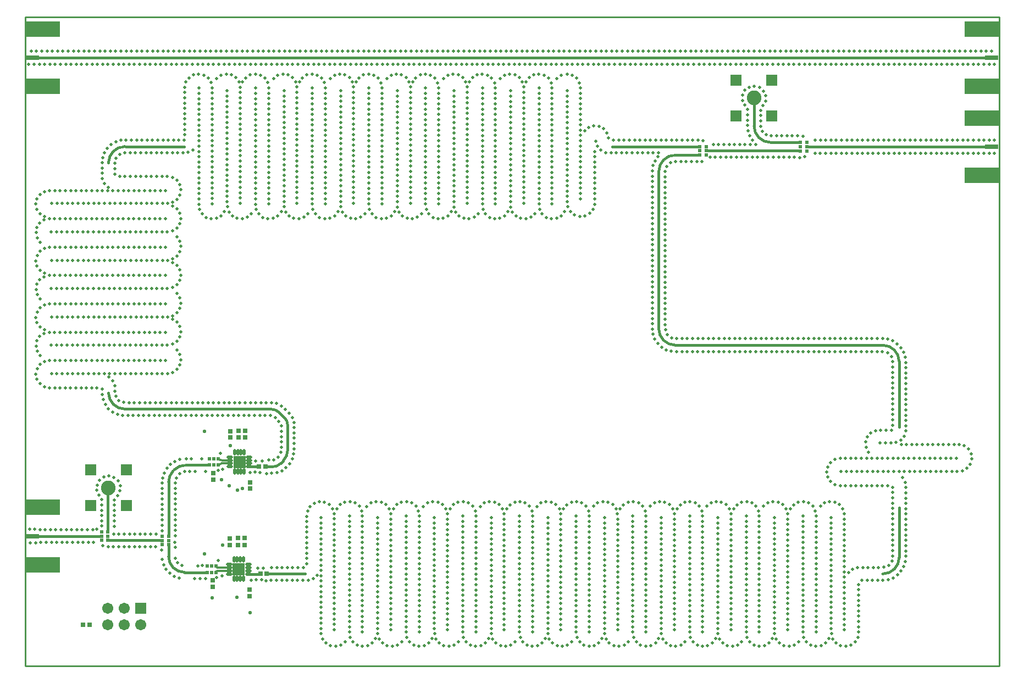
<source format=gts>
G04*
G04 #@! TF.GenerationSoftware,Altium Limited,Altium Designer,20.0.9 (164)*
G04*
G04 Layer_Color=8388736*
%FSLAX25Y25*%
%MOIN*%
G70*
G01*
G75*
%ADD15C,0.01000*%
%ADD18C,0.01595*%
%ADD19C,0.01595*%
%ADD20C,0.01183*%
%ADD21R,0.08300X0.02800*%
%ADD22R,0.20800X0.09800*%
%ADD23R,0.03162X0.02769*%
%ADD24R,0.02769X0.03162*%
%ADD25O,0.03950X0.01824*%
%ADD26O,0.01824X0.03950*%
%ADD27R,0.07493X0.07493*%
%ADD28R,0.02414X0.02099*%
%ADD29R,0.06706X0.06706*%
%ADD30C,0.08871*%
%ADD31R,0.02099X0.02414*%
%ADD32C,0.06706*%
%ADD33C,0.02000*%
%ADD34C,0.02200*%
%ADD35C,0.02300*%
D15*
X0Y0D02*
Y393701D01*
X590551D01*
Y0D02*
Y393701D01*
X0Y0D02*
X590551D01*
D18*
X530000Y184600D02*
G03*
X520000Y194600I-10000J0D01*
G01*
X384200Y204600D02*
G03*
X394200Y194600I10000J0D01*
G01*
X60500Y315098D02*
G03*
X50500Y305098I0J-10000D01*
G01*
X50502Y165600D02*
G03*
X60500Y155800I9998J200D01*
G01*
X154200Y153600D02*
G03*
X148889Y155800I-5311J-5311D01*
G01*
X159200Y146000D02*
G03*
X157361Y150438I-6277J0D01*
G01*
X156271Y124171D02*
G03*
X159200Y131242I-7071J7071D01*
G01*
X150072Y120800D02*
G03*
X154900Y122800I0J6828D01*
G01*
X394200Y309902D02*
G03*
X384200Y299902I0J-10000D01*
G01*
X520000Y55800D02*
G03*
X530000Y65800I0J10000D01*
G01*
X86949Y66417D02*
G03*
X96615Y56751I9666J0D01*
G01*
X97438Y121851D02*
G03*
X90367Y118922I0J-10000D01*
G01*
X356100Y315100D02*
X409000Y315098D01*
X469500Y194600D02*
X520000D01*
X394200D02*
X469500D01*
X530000Y145000D02*
Y184600D01*
Y65800D02*
Y95800D01*
X384200Y204600D02*
Y299902D01*
X474000Y314961D02*
X586201D01*
X452000Y317559D02*
X470102D01*
X442000Y327559D02*
Y344500D01*
X412898Y312500D02*
X469965D01*
X154900Y122800D02*
X156271Y124171D01*
X61100Y315098D02*
X96400D01*
X60500Y155800D02*
X148889D01*
X154200Y153600D02*
X157361Y150438D01*
X159200Y131242D02*
Y146000D01*
X145768Y120800D02*
X150072D01*
X135618Y120839D02*
X141738D01*
X394200Y309902D02*
X409000D01*
X146537Y55800D02*
X169700D01*
X135244Y55787D02*
X142587D01*
X96615Y56751D02*
X110402D01*
X97438Y121851D02*
X111702D01*
X86949Y78698D02*
Y111469D01*
X50157Y76142D02*
X83019D01*
X50157Y81339D02*
Y107658D01*
X4350Y78740D02*
X46260D01*
D19*
X442000Y327559D02*
G03*
X452000Y317559I10000J0D01*
G01*
X89722Y118278D02*
G03*
X86949Y111469I6972J-6810D01*
G01*
X4350Y369000D02*
X586201D01*
X86949Y66417D02*
Y73502D01*
D20*
X119206Y122807D02*
G03*
X116898Y121851I0J-3264D01*
G01*
Y125749D02*
G03*
X119248Y124776I2350J2350D01*
G01*
X116603Y57756D02*
G03*
X115598Y56751I0J-1005D01*
G01*
Y60649D02*
G03*
X116523Y59724I924J0D01*
G01*
X119206Y122807D02*
X124161D01*
X119248Y124776D02*
X124161D01*
X116603Y57756D02*
X123787D01*
X116523Y59724D02*
X123787D01*
D21*
X4350Y369000D02*
D03*
X586201D02*
D03*
X4350Y78740D02*
D03*
X586201Y314961D02*
D03*
D22*
X10600Y386400D02*
D03*
Y351600D02*
D03*
X579951D02*
D03*
Y386400D02*
D03*
X10600Y96140D02*
D03*
Y61340D02*
D03*
X579951Y297561D02*
D03*
Y332361D02*
D03*
D23*
X146537Y55800D02*
D03*
X142600D02*
D03*
X38976Y24902D02*
D03*
X35039D02*
D03*
X133369Y138500D02*
D03*
X129431D02*
D03*
X132994Y73449D02*
D03*
X129058D02*
D03*
X145768Y120800D02*
D03*
X141832D02*
D03*
X133369Y142600D02*
D03*
X129431D02*
D03*
X132994Y77549D02*
D03*
X129058D02*
D03*
D24*
X113626Y51886D02*
D03*
Y47949D02*
D03*
X124500Y142437D02*
D03*
Y138500D02*
D03*
X124126Y77386D02*
D03*
Y73449D02*
D03*
X136500Y111437D02*
D03*
Y107500D02*
D03*
X136126Y46386D02*
D03*
Y42449D02*
D03*
X114000Y116937D02*
D03*
Y113000D02*
D03*
D25*
X124161Y126744D02*
D03*
Y124776D02*
D03*
Y122807D02*
D03*
Y120839D02*
D03*
X135618D02*
D03*
Y122807D02*
D03*
Y124776D02*
D03*
Y126744D02*
D03*
X123787Y61693D02*
D03*
Y59724D02*
D03*
Y57756D02*
D03*
Y55787D02*
D03*
X135244D02*
D03*
Y57756D02*
D03*
Y59724D02*
D03*
Y61693D02*
D03*
D26*
X126937Y118063D02*
D03*
X128905D02*
D03*
X130874D02*
D03*
X132843D02*
D03*
Y129520D02*
D03*
X130874D02*
D03*
X128905D02*
D03*
X126937D02*
D03*
X126563Y53012D02*
D03*
X128532D02*
D03*
X130500D02*
D03*
X132468D02*
D03*
Y64468D02*
D03*
X130500D02*
D03*
X128532D02*
D03*
X126563D02*
D03*
D27*
X129890Y123791D02*
D03*
X129516Y58740D02*
D03*
D28*
X114300Y125749D02*
D03*
Y121851D02*
D03*
X111702Y125749D02*
D03*
Y121851D02*
D03*
X116898D02*
D03*
Y125749D02*
D03*
X113000Y60649D02*
D03*
Y56751D02*
D03*
X110402Y60649D02*
D03*
Y56751D02*
D03*
X115598D02*
D03*
Y60649D02*
D03*
D29*
X431173Y333673D02*
D03*
X452827D02*
D03*
Y355327D02*
D03*
X431173D02*
D03*
X39673Y97173D02*
D03*
X61327D02*
D03*
Y118827D02*
D03*
X39673D02*
D03*
X70000Y34800D02*
D03*
D30*
X442000Y344500D02*
D03*
X50500Y108000D02*
D03*
D31*
X86949Y76100D02*
D03*
X83051D02*
D03*
X86949Y78698D02*
D03*
X83051D02*
D03*
Y73502D02*
D03*
X86949D02*
D03*
X50157Y78740D02*
D03*
X46260D02*
D03*
X50157Y81339D02*
D03*
X46260D02*
D03*
Y76142D02*
D03*
X50157D02*
D03*
X409000Y312500D02*
D03*
X412898D02*
D03*
X409000Y309902D02*
D03*
X412898D02*
D03*
Y315098D02*
D03*
X409000D02*
D03*
X470102Y314961D02*
D03*
X474000D02*
D03*
X470102Y312362D02*
D03*
X474000D02*
D03*
Y317559D02*
D03*
X470102D02*
D03*
D32*
X70000Y24800D02*
D03*
X60000Y34800D02*
D03*
Y24800D02*
D03*
X50000Y34800D02*
D03*
Y24800D02*
D03*
D33*
X442935Y316440D02*
D03*
X439735D02*
D03*
X436535D02*
D03*
X433335D02*
D03*
X430135D02*
D03*
X426935D02*
D03*
X423735D02*
D03*
X420535D02*
D03*
X417335D02*
D03*
X415340Y308560D02*
D03*
X418540D02*
D03*
X421740D02*
D03*
X424940D02*
D03*
X428140D02*
D03*
X431340D02*
D03*
X434540D02*
D03*
X437740D02*
D03*
X440940D02*
D03*
X444140D02*
D03*
X447340D02*
D03*
X450540D02*
D03*
X453740D02*
D03*
X456940D02*
D03*
X460140D02*
D03*
X463340D02*
D03*
X466540D02*
D03*
X469737Y308428D02*
D03*
X472800Y308800D02*
D03*
X439098Y351050D02*
D03*
X436532Y349139D02*
D03*
X435059Y346298D02*
D03*
X434960Y343099D02*
D03*
X436283Y340185D02*
D03*
X438060Y337525D02*
D03*
Y334325D02*
D03*
Y331124D02*
D03*
Y327924D02*
D03*
X438357Y324738D02*
D03*
X439356Y321698D02*
D03*
X441026Y318968D02*
D03*
X471566Y321384D02*
D03*
X468368Y321499D02*
D03*
X465168D02*
D03*
X461968D02*
D03*
X458768D02*
D03*
X455568D02*
D03*
X452368D02*
D03*
X449246Y322199D02*
D03*
X446880Y324354D02*
D03*
X445959Y327418D02*
D03*
X445940Y330619D02*
D03*
Y333819D02*
D03*
Y337018D02*
D03*
X447451Y339839D02*
D03*
X448934Y342675D02*
D03*
X449043Y345873D02*
D03*
X447734Y348793D02*
D03*
X445302Y350873D02*
D03*
X442203Y351670D02*
D03*
X587856Y319087D02*
D03*
X584656D02*
D03*
X581461Y318906D02*
D03*
X578261Y318900D02*
D03*
X575061D02*
D03*
X571861D02*
D03*
X568661D02*
D03*
X565461D02*
D03*
X562261D02*
D03*
X559061D02*
D03*
X555861D02*
D03*
X552661D02*
D03*
X549461D02*
D03*
X546261D02*
D03*
X543061D02*
D03*
X539861D02*
D03*
X536661D02*
D03*
X533461D02*
D03*
X530261D02*
D03*
X527061D02*
D03*
X523861D02*
D03*
X520661D02*
D03*
X517461D02*
D03*
X514261D02*
D03*
X511061D02*
D03*
X507861D02*
D03*
X504661D02*
D03*
X501461D02*
D03*
X498261D02*
D03*
X495061D02*
D03*
X491861D02*
D03*
X488661D02*
D03*
X485461D02*
D03*
X482261D02*
D03*
X479061D02*
D03*
X478973Y311021D02*
D03*
X482173D02*
D03*
X485373D02*
D03*
X488573D02*
D03*
X491773D02*
D03*
X494973D02*
D03*
X498173D02*
D03*
X501373D02*
D03*
X504573D02*
D03*
X507773D02*
D03*
X510973D02*
D03*
X514173D02*
D03*
X517373D02*
D03*
X520573D02*
D03*
X523773D02*
D03*
X526973D02*
D03*
X530173D02*
D03*
X533373D02*
D03*
X536573D02*
D03*
X539773D02*
D03*
X542973D02*
D03*
X546173D02*
D03*
X549373D02*
D03*
X552573D02*
D03*
X555773D02*
D03*
X558973D02*
D03*
X562173D02*
D03*
X565373D02*
D03*
X568573D02*
D03*
X571773D02*
D03*
X574973D02*
D03*
X578173D02*
D03*
X581373D02*
D03*
X584568Y310834D02*
D03*
X587768D02*
D03*
X586023Y373127D02*
D03*
X582823D02*
D03*
X579629Y372940D02*
D03*
X576429D02*
D03*
X573229D02*
D03*
X570029D02*
D03*
X566829D02*
D03*
X563629D02*
D03*
X560429D02*
D03*
X557229D02*
D03*
X554029D02*
D03*
X550829D02*
D03*
X547629D02*
D03*
X544429D02*
D03*
X541229D02*
D03*
X538029D02*
D03*
X534829D02*
D03*
X531629D02*
D03*
X528429D02*
D03*
X525229D02*
D03*
X522029D02*
D03*
X518829D02*
D03*
X515629D02*
D03*
X512429D02*
D03*
X509229D02*
D03*
X506029D02*
D03*
X502829D02*
D03*
X499629D02*
D03*
X496429D02*
D03*
X493229D02*
D03*
X490029D02*
D03*
X486829D02*
D03*
X483629D02*
D03*
X480429D02*
D03*
X477229D02*
D03*
X474029D02*
D03*
X470829D02*
D03*
X467629D02*
D03*
X464429D02*
D03*
X461229D02*
D03*
X458029D02*
D03*
X454829D02*
D03*
X451629D02*
D03*
X448429D02*
D03*
X445229D02*
D03*
X442029D02*
D03*
X438829D02*
D03*
X435629D02*
D03*
X432429D02*
D03*
X429229D02*
D03*
X426029D02*
D03*
X422829D02*
D03*
X419629D02*
D03*
X416429D02*
D03*
X413229D02*
D03*
X410029D02*
D03*
X406829D02*
D03*
X403629D02*
D03*
X400429D02*
D03*
X397229D02*
D03*
X394029D02*
D03*
X390829D02*
D03*
X387629D02*
D03*
X384429D02*
D03*
X381229D02*
D03*
X378029D02*
D03*
X374829D02*
D03*
X371629D02*
D03*
X368429D02*
D03*
X365229D02*
D03*
X362029D02*
D03*
X358829D02*
D03*
X355629D02*
D03*
X352429D02*
D03*
X349229D02*
D03*
X346029D02*
D03*
X342829D02*
D03*
X339629D02*
D03*
X336429D02*
D03*
X333229D02*
D03*
X330029D02*
D03*
X326829D02*
D03*
X323629D02*
D03*
X320429D02*
D03*
X317229D02*
D03*
X314029D02*
D03*
X310829D02*
D03*
X307629D02*
D03*
X304429D02*
D03*
X301229D02*
D03*
X298029D02*
D03*
X294829D02*
D03*
X291629D02*
D03*
X288429D02*
D03*
X285229D02*
D03*
X282029D02*
D03*
X278829D02*
D03*
X275629D02*
D03*
X272429D02*
D03*
X269229D02*
D03*
X266029D02*
D03*
X262829D02*
D03*
X259629D02*
D03*
X256429D02*
D03*
X253229D02*
D03*
X250029D02*
D03*
X246829D02*
D03*
X243629D02*
D03*
X240429D02*
D03*
X237229D02*
D03*
X234029D02*
D03*
X230829D02*
D03*
X227629D02*
D03*
X224429D02*
D03*
X221229D02*
D03*
X218029D02*
D03*
X214829D02*
D03*
X211629D02*
D03*
X208429D02*
D03*
X205229D02*
D03*
X202029D02*
D03*
X198829D02*
D03*
X195629D02*
D03*
X192429D02*
D03*
X189229D02*
D03*
X186029D02*
D03*
X182829D02*
D03*
X179629D02*
D03*
X176429D02*
D03*
X173229D02*
D03*
X170029D02*
D03*
X166829D02*
D03*
X163629D02*
D03*
X160429D02*
D03*
X157229D02*
D03*
X154029D02*
D03*
X150829D02*
D03*
X147629D02*
D03*
X144429D02*
D03*
X141229D02*
D03*
X138029D02*
D03*
X134829D02*
D03*
X131629D02*
D03*
X128429D02*
D03*
X125229D02*
D03*
X122029D02*
D03*
X118829D02*
D03*
X115629D02*
D03*
X112429D02*
D03*
X109229D02*
D03*
X106029D02*
D03*
X102829D02*
D03*
X99629D02*
D03*
X96429D02*
D03*
X93229D02*
D03*
X90029D02*
D03*
X86829D02*
D03*
X83629D02*
D03*
X80429D02*
D03*
X77229D02*
D03*
X74029D02*
D03*
X70829D02*
D03*
X67629D02*
D03*
X64429D02*
D03*
X61229D02*
D03*
X58029D02*
D03*
X54829D02*
D03*
X51629D02*
D03*
X48429D02*
D03*
X45229D02*
D03*
X42029D02*
D03*
X38829D02*
D03*
X35629D02*
D03*
X32429D02*
D03*
X29229D02*
D03*
X26029D02*
D03*
X22829D02*
D03*
X19629D02*
D03*
X16429D02*
D03*
X13229D02*
D03*
X10029D02*
D03*
X6834Y373127D02*
D03*
X3634D02*
D03*
X2176Y364873D02*
D03*
X5376D02*
D03*
X8576Y364936D02*
D03*
X11773Y365060D02*
D03*
X14973D02*
D03*
X18173D02*
D03*
X21373D02*
D03*
X24573D02*
D03*
X27773D02*
D03*
X30973D02*
D03*
X34173D02*
D03*
X37373D02*
D03*
X40573D02*
D03*
X43773D02*
D03*
X46973D02*
D03*
X50173D02*
D03*
X53373D02*
D03*
X56573D02*
D03*
X59773D02*
D03*
X62973D02*
D03*
X66173D02*
D03*
X69373D02*
D03*
X72573D02*
D03*
X75773D02*
D03*
X78973D02*
D03*
X82173D02*
D03*
X85373D02*
D03*
X88573D02*
D03*
X91773D02*
D03*
X94973D02*
D03*
X98173D02*
D03*
X101373D02*
D03*
X104573D02*
D03*
X107773D02*
D03*
X110973D02*
D03*
X114173D02*
D03*
X117373D02*
D03*
X120573D02*
D03*
X123773D02*
D03*
X126973D02*
D03*
X130173D02*
D03*
X133373D02*
D03*
X136573D02*
D03*
X139773D02*
D03*
X142973D02*
D03*
X146173D02*
D03*
X149373D02*
D03*
X152573D02*
D03*
X155773D02*
D03*
X158973D02*
D03*
X162173D02*
D03*
X165373D02*
D03*
X168573D02*
D03*
X171773D02*
D03*
X174973D02*
D03*
X178173D02*
D03*
X181373D02*
D03*
X184573D02*
D03*
X187773D02*
D03*
X190973D02*
D03*
X194173D02*
D03*
X197373D02*
D03*
X200573D02*
D03*
X203773D02*
D03*
X206973D02*
D03*
X210173D02*
D03*
X213373D02*
D03*
X216573D02*
D03*
X219773D02*
D03*
X222973D02*
D03*
X226173D02*
D03*
X229373D02*
D03*
X232573D02*
D03*
X235773D02*
D03*
X238973D02*
D03*
X242173D02*
D03*
X245373D02*
D03*
X248573D02*
D03*
X251773D02*
D03*
X254973D02*
D03*
X258173D02*
D03*
X261373D02*
D03*
X264573D02*
D03*
X267773D02*
D03*
X270973D02*
D03*
X274173D02*
D03*
X277373D02*
D03*
X280573D02*
D03*
X283773D02*
D03*
X286973D02*
D03*
X290173D02*
D03*
X293373D02*
D03*
X296573D02*
D03*
X299773D02*
D03*
X302973D02*
D03*
X306173D02*
D03*
X309373D02*
D03*
X312573D02*
D03*
X315773D02*
D03*
X318973D02*
D03*
X322173D02*
D03*
X325373D02*
D03*
X328573D02*
D03*
X331773D02*
D03*
X334973D02*
D03*
X338173D02*
D03*
X341373D02*
D03*
X344573D02*
D03*
X347773D02*
D03*
X350973D02*
D03*
X354173D02*
D03*
X357373D02*
D03*
X360573D02*
D03*
X363773D02*
D03*
X366973D02*
D03*
X370173D02*
D03*
X373373D02*
D03*
X376573D02*
D03*
X379773D02*
D03*
X382973D02*
D03*
X386173D02*
D03*
X389373D02*
D03*
X392573D02*
D03*
X395773D02*
D03*
X398973D02*
D03*
X402173D02*
D03*
X405373D02*
D03*
X408573D02*
D03*
X411773D02*
D03*
X414973D02*
D03*
X418173D02*
D03*
X421373D02*
D03*
X424573D02*
D03*
X427773D02*
D03*
X430973D02*
D03*
X434173D02*
D03*
X437373D02*
D03*
X440573D02*
D03*
X443773D02*
D03*
X446973D02*
D03*
X450173D02*
D03*
X453373D02*
D03*
X456573D02*
D03*
X459773D02*
D03*
X462973D02*
D03*
X466173D02*
D03*
X469373D02*
D03*
X472573D02*
D03*
X475773D02*
D03*
X478973D02*
D03*
X482173D02*
D03*
X485373D02*
D03*
X488573D02*
D03*
X491773D02*
D03*
X494973D02*
D03*
X498173D02*
D03*
X501373D02*
D03*
X504573D02*
D03*
X507773D02*
D03*
X510973D02*
D03*
X514173D02*
D03*
X517373D02*
D03*
X520573D02*
D03*
X523773D02*
D03*
X526973D02*
D03*
X530173D02*
D03*
X533373D02*
D03*
X536573D02*
D03*
X539773D02*
D03*
X542973D02*
D03*
X546173D02*
D03*
X549373D02*
D03*
X552573D02*
D03*
X555773D02*
D03*
X558973D02*
D03*
X562173D02*
D03*
X565373D02*
D03*
X568573D02*
D03*
X571773D02*
D03*
X574973D02*
D03*
X578173D02*
D03*
X581373D02*
D03*
X584568Y364873D02*
D03*
X587768D02*
D03*
X117084Y63832D02*
D03*
X116197Y53479D02*
D03*
X119232Y54493D02*
D03*
X141179Y59375D02*
D03*
X137000Y52100D02*
D03*
X140013Y52352D02*
D03*
X143209Y52193D02*
D03*
X144460Y59317D02*
D03*
X139549Y124142D02*
D03*
X136500Y117300D02*
D03*
X139267Y117600D02*
D03*
X142441Y117193D02*
D03*
X143691Y124317D02*
D03*
X118384Y128931D02*
D03*
X117100Y118700D02*
D03*
X119609Y119411D02*
D03*
X93638Y125259D02*
D03*
X90679Y124040D02*
D03*
X88081Y122171D02*
D03*
X85877Y119851D02*
D03*
X84233Y117106D02*
D03*
X83258Y114058D02*
D03*
X83009Y110868D02*
D03*
Y107668D02*
D03*
Y104468D02*
D03*
Y101268D02*
D03*
Y98068D02*
D03*
Y94868D02*
D03*
Y91668D02*
D03*
Y88468D02*
D03*
Y85268D02*
D03*
Y82068D02*
D03*
X90889Y78986D02*
D03*
Y82186D02*
D03*
Y85386D02*
D03*
Y88586D02*
D03*
Y91786D02*
D03*
Y94986D02*
D03*
Y98186D02*
D03*
Y101386D02*
D03*
Y104586D02*
D03*
Y107786D02*
D03*
Y110986D02*
D03*
X91564Y114114D02*
D03*
X93651Y116539D02*
D03*
X96583Y117822D02*
D03*
X99782Y117911D02*
D03*
X102982D02*
D03*
X109382D02*
D03*
X107173Y125791D02*
D03*
X100773D02*
D03*
X97573D02*
D03*
X47580Y114543D02*
D03*
X45020Y112623D02*
D03*
X43553Y109778D02*
D03*
X43463Y106580D02*
D03*
X44795Y103670D02*
D03*
X46218Y100804D02*
D03*
Y97604D02*
D03*
Y94404D02*
D03*
Y91204D02*
D03*
Y88004D02*
D03*
Y84804D02*
D03*
X54097Y84731D02*
D03*
Y87931D02*
D03*
Y91131D02*
D03*
Y94331D02*
D03*
Y97531D02*
D03*
Y100731D02*
D03*
X55951Y103339D02*
D03*
X57434Y106175D02*
D03*
X57543Y109373D02*
D03*
X56234Y112293D02*
D03*
X53802Y114373D02*
D03*
X50703Y115170D02*
D03*
X79247Y80081D02*
D03*
X76047D02*
D03*
X72847D02*
D03*
X69647D02*
D03*
X66447D02*
D03*
X63247D02*
D03*
X60047D02*
D03*
X56847D02*
D03*
X53647D02*
D03*
X47100Y72800D02*
D03*
X50293Y72202D02*
D03*
X53493D02*
D03*
X56693D02*
D03*
X59893D02*
D03*
X63093D02*
D03*
X66293D02*
D03*
X69493D02*
D03*
X72693D02*
D03*
X75893D02*
D03*
X79093D02*
D03*
X5866Y82867D02*
D03*
X2667D02*
D03*
X3121Y74613D02*
D03*
X6321D02*
D03*
X9516Y74800D02*
D03*
X12716D02*
D03*
X15916D02*
D03*
X19116D02*
D03*
X22316D02*
D03*
X25516D02*
D03*
X28716D02*
D03*
X31916D02*
D03*
X35116D02*
D03*
X38316D02*
D03*
X41516D02*
D03*
X43300Y83000D02*
D03*
X40908Y82680D02*
D03*
X37708D02*
D03*
X34508D02*
D03*
X31308D02*
D03*
X28108D02*
D03*
X24908D02*
D03*
X21708D02*
D03*
X18508D02*
D03*
X15308D02*
D03*
X12108D02*
D03*
X8909Y82760D02*
D03*
X325039Y358284D02*
D03*
X322432Y356428D02*
D03*
X319504Y280228D02*
D03*
Y283428D02*
D03*
Y286628D02*
D03*
Y289828D02*
D03*
Y293028D02*
D03*
Y296228D02*
D03*
Y299428D02*
D03*
Y302628D02*
D03*
Y305828D02*
D03*
Y309028D02*
D03*
Y312228D02*
D03*
Y315428D02*
D03*
Y318628D02*
D03*
Y321828D02*
D03*
Y325028D02*
D03*
Y328228D02*
D03*
Y331428D02*
D03*
Y334628D02*
D03*
Y337828D02*
D03*
Y341028D02*
D03*
Y344228D02*
D03*
Y347428D02*
D03*
X319509Y350628D02*
D03*
X318934Y353775D02*
D03*
X317233Y356486D02*
D03*
X314608Y358316D02*
D03*
X311491Y359040D02*
D03*
X308339Y358487D02*
D03*
X305618Y356803D02*
D03*
X303771Y354190D02*
D03*
X302314Y280758D02*
D03*
Y283958D02*
D03*
Y287158D02*
D03*
Y290358D02*
D03*
Y293558D02*
D03*
Y296758D02*
D03*
Y299958D02*
D03*
Y303158D02*
D03*
Y306358D02*
D03*
Y309558D02*
D03*
Y312758D02*
D03*
Y315958D02*
D03*
Y319158D02*
D03*
Y322358D02*
D03*
Y325558D02*
D03*
Y328758D02*
D03*
Y331958D02*
D03*
Y335158D02*
D03*
Y338358D02*
D03*
Y341558D02*
D03*
Y344758D02*
D03*
Y347958D02*
D03*
X302316Y351158D02*
D03*
X301542Y354263D02*
D03*
X299671Y356859D02*
D03*
X296934Y358517D02*
D03*
X293777Y359040D02*
D03*
X290666Y358287D02*
D03*
X288058Y356433D02*
D03*
X285125Y280235D02*
D03*
Y283435D02*
D03*
Y286635D02*
D03*
Y289835D02*
D03*
Y293035D02*
D03*
Y296235D02*
D03*
Y299435D02*
D03*
Y302635D02*
D03*
Y305835D02*
D03*
Y309035D02*
D03*
Y312235D02*
D03*
Y315435D02*
D03*
Y318635D02*
D03*
Y321835D02*
D03*
Y325035D02*
D03*
Y328235D02*
D03*
Y331435D02*
D03*
Y334635D02*
D03*
Y337835D02*
D03*
Y341035D02*
D03*
Y344235D02*
D03*
Y347435D02*
D03*
X285131Y350635D02*
D03*
X284552Y353782D02*
D03*
X282849Y356491D02*
D03*
X280222Y358319D02*
D03*
X277104Y359040D02*
D03*
X273953Y358484D02*
D03*
X271233Y356798D02*
D03*
X269389Y354183D02*
D03*
X267935Y280751D02*
D03*
Y283951D02*
D03*
Y287151D02*
D03*
Y290351D02*
D03*
Y293551D02*
D03*
Y296751D02*
D03*
Y299951D02*
D03*
Y303151D02*
D03*
Y306351D02*
D03*
Y309551D02*
D03*
Y312751D02*
D03*
Y315951D02*
D03*
Y319151D02*
D03*
Y322351D02*
D03*
Y325551D02*
D03*
Y328751D02*
D03*
Y331951D02*
D03*
Y335151D02*
D03*
Y338351D02*
D03*
Y341551D02*
D03*
Y344751D02*
D03*
Y347951D02*
D03*
X267937Y351151D02*
D03*
X267166Y354256D02*
D03*
X265297Y356854D02*
D03*
X262561Y358514D02*
D03*
X259405Y359040D02*
D03*
X256294Y358290D02*
D03*
X253684Y356438D02*
D03*
X250746Y280241D02*
D03*
Y283441D02*
D03*
Y286642D02*
D03*
Y289842D02*
D03*
Y293041D02*
D03*
Y296241D02*
D03*
Y299442D02*
D03*
Y302642D02*
D03*
Y305841D02*
D03*
Y309042D02*
D03*
Y312242D02*
D03*
Y315441D02*
D03*
Y318641D02*
D03*
Y321842D02*
D03*
Y325042D02*
D03*
Y328241D02*
D03*
Y331441D02*
D03*
Y334642D02*
D03*
Y337842D02*
D03*
Y341041D02*
D03*
Y344241D02*
D03*
Y347442D02*
D03*
X250753Y350641D02*
D03*
X250170Y353788D02*
D03*
X248465Y356496D02*
D03*
X245837Y358321D02*
D03*
X242719Y359040D02*
D03*
X239567Y358482D02*
D03*
X236849Y356793D02*
D03*
X235008Y354176D02*
D03*
X233556Y280743D02*
D03*
Y283943D02*
D03*
Y287143D02*
D03*
Y290343D02*
D03*
Y293543D02*
D03*
Y296743D02*
D03*
Y299943D02*
D03*
Y303143D02*
D03*
Y306343D02*
D03*
Y309543D02*
D03*
Y312743D02*
D03*
Y315943D02*
D03*
Y319143D02*
D03*
Y322343D02*
D03*
Y325543D02*
D03*
Y328743D02*
D03*
Y331943D02*
D03*
Y335143D02*
D03*
Y338343D02*
D03*
Y341543D02*
D03*
Y344743D02*
D03*
Y347943D02*
D03*
X233558Y351143D02*
D03*
X232789Y354250D02*
D03*
X230923Y356849D02*
D03*
X228188Y358511D02*
D03*
X225032Y359040D02*
D03*
X221921Y358292D02*
D03*
X219309Y356443D02*
D03*
X216367Y280248D02*
D03*
Y283448D02*
D03*
Y286648D02*
D03*
Y289848D02*
D03*
Y293048D02*
D03*
Y296248D02*
D03*
Y299448D02*
D03*
Y302648D02*
D03*
Y305848D02*
D03*
Y309048D02*
D03*
Y312248D02*
D03*
Y315448D02*
D03*
Y318648D02*
D03*
Y321848D02*
D03*
Y325048D02*
D03*
Y328248D02*
D03*
Y331448D02*
D03*
Y334648D02*
D03*
Y337848D02*
D03*
Y341048D02*
D03*
Y344248D02*
D03*
Y347448D02*
D03*
X216375Y350648D02*
D03*
X215789Y353794D02*
D03*
X214082Y356500D02*
D03*
X211452Y358324D02*
D03*
X208333Y359040D02*
D03*
X205183Y358479D02*
D03*
X202466Y356788D02*
D03*
X200626Y354170D02*
D03*
X199177Y280737D02*
D03*
Y283937D02*
D03*
Y287137D02*
D03*
Y290337D02*
D03*
Y293537D02*
D03*
Y296737D02*
D03*
Y299937D02*
D03*
Y303137D02*
D03*
Y306337D02*
D03*
Y309537D02*
D03*
Y312737D02*
D03*
Y315937D02*
D03*
Y319137D02*
D03*
Y322337D02*
D03*
Y325537D02*
D03*
Y328737D02*
D03*
Y331937D02*
D03*
Y335137D02*
D03*
Y338337D02*
D03*
Y341537D02*
D03*
Y344737D02*
D03*
Y347937D02*
D03*
X199179Y351137D02*
D03*
X198413Y354244D02*
D03*
X196548Y356844D02*
D03*
X193815Y358509D02*
D03*
X190659Y359040D02*
D03*
X187547Y358295D02*
D03*
X184935Y356447D02*
D03*
X181988Y280254D02*
D03*
Y283454D02*
D03*
Y286654D02*
D03*
Y289854D02*
D03*
Y293054D02*
D03*
Y296254D02*
D03*
Y299454D02*
D03*
Y302654D02*
D03*
Y305854D02*
D03*
Y309054D02*
D03*
Y312254D02*
D03*
Y315454D02*
D03*
Y318654D02*
D03*
Y321854D02*
D03*
Y325054D02*
D03*
Y328254D02*
D03*
Y331454D02*
D03*
Y334654D02*
D03*
Y337854D02*
D03*
Y341054D02*
D03*
Y344254D02*
D03*
Y347454D02*
D03*
X181997Y350654D02*
D03*
X181407Y353799D02*
D03*
X179698Y356505D02*
D03*
X177067Y358326D02*
D03*
X173948Y359040D02*
D03*
X170798Y358477D02*
D03*
X168082Y356784D02*
D03*
X166245Y354165D02*
D03*
X164798Y280731D02*
D03*
Y283931D02*
D03*
Y287131D02*
D03*
Y290331D02*
D03*
Y293531D02*
D03*
Y296731D02*
D03*
Y299931D02*
D03*
Y303131D02*
D03*
Y306331D02*
D03*
Y309531D02*
D03*
Y312731D02*
D03*
Y315931D02*
D03*
Y319131D02*
D03*
Y322331D02*
D03*
Y325531D02*
D03*
Y328731D02*
D03*
Y331931D02*
D03*
Y335131D02*
D03*
Y338331D02*
D03*
Y341531D02*
D03*
Y344731D02*
D03*
Y347931D02*
D03*
X164799Y351131D02*
D03*
X164036Y354238D02*
D03*
X162173Y356840D02*
D03*
X159441Y358507D02*
D03*
X156286Y359040D02*
D03*
X153173Y358297D02*
D03*
X150559Y356451D02*
D03*
X147608Y280259D02*
D03*
Y283459D02*
D03*
Y286659D02*
D03*
Y289859D02*
D03*
Y293059D02*
D03*
Y296259D02*
D03*
Y299459D02*
D03*
Y302659D02*
D03*
Y305859D02*
D03*
Y309059D02*
D03*
Y312259D02*
D03*
Y315459D02*
D03*
Y318659D02*
D03*
Y321859D02*
D03*
Y325059D02*
D03*
Y328259D02*
D03*
Y331459D02*
D03*
Y334659D02*
D03*
Y337859D02*
D03*
Y341059D02*
D03*
Y344259D02*
D03*
Y347459D02*
D03*
X147618Y350659D02*
D03*
X147026Y353804D02*
D03*
X145315Y356508D02*
D03*
X142683Y358328D02*
D03*
X139564Y359041D02*
D03*
X136414Y358475D02*
D03*
X133700Y356781D02*
D03*
X131864Y354160D02*
D03*
X130419Y280725D02*
D03*
Y283925D02*
D03*
Y287125D02*
D03*
Y290325D02*
D03*
Y293525D02*
D03*
Y296725D02*
D03*
Y299925D02*
D03*
Y303125D02*
D03*
Y306325D02*
D03*
Y309525D02*
D03*
Y312725D02*
D03*
Y315925D02*
D03*
Y319125D02*
D03*
Y322325D02*
D03*
Y325525D02*
D03*
Y328725D02*
D03*
Y331925D02*
D03*
Y335125D02*
D03*
Y338325D02*
D03*
Y341525D02*
D03*
Y344725D02*
D03*
Y347925D02*
D03*
X130420Y351125D02*
D03*
X129659Y354233D02*
D03*
X127798Y356836D02*
D03*
X125067Y358505D02*
D03*
X121912Y359040D02*
D03*
X118799Y358299D02*
D03*
X116184Y356455D02*
D03*
X113229Y280264D02*
D03*
Y283464D02*
D03*
Y286664D02*
D03*
Y289864D02*
D03*
Y293064D02*
D03*
Y296264D02*
D03*
Y299464D02*
D03*
Y302664D02*
D03*
Y305864D02*
D03*
Y309064D02*
D03*
Y312264D02*
D03*
Y315464D02*
D03*
Y318664D02*
D03*
Y321864D02*
D03*
Y325064D02*
D03*
Y328264D02*
D03*
Y331464D02*
D03*
Y334664D02*
D03*
Y337864D02*
D03*
Y341064D02*
D03*
Y344264D02*
D03*
Y347464D02*
D03*
X113240Y350664D02*
D03*
X112645Y353808D02*
D03*
X110933Y356512D02*
D03*
X108300Y358330D02*
D03*
X105180Y359042D02*
D03*
X102031Y358473D02*
D03*
X99317Y356777D02*
D03*
X97483Y354155D02*
D03*
X96754Y351039D02*
D03*
X96755Y347839D02*
D03*
Y344639D02*
D03*
Y341439D02*
D03*
Y338239D02*
D03*
Y335039D02*
D03*
Y331839D02*
D03*
Y328639D02*
D03*
Y325439D02*
D03*
Y322239D02*
D03*
X96356Y319064D02*
D03*
X93157Y319038D02*
D03*
X89957D02*
D03*
X86757D02*
D03*
X83557D02*
D03*
X80357D02*
D03*
X77157D02*
D03*
X73957D02*
D03*
X70757D02*
D03*
X67557D02*
D03*
X64357D02*
D03*
X61157D02*
D03*
X57965Y318810D02*
D03*
X54911Y317855D02*
D03*
X52136Y316260D02*
D03*
X49828Y314043D02*
D03*
X48057Y311378D02*
D03*
X46966Y308370D02*
D03*
X46555Y305196D02*
D03*
X46560Y301996D02*
D03*
Y298797D02*
D03*
X46731Y295601D02*
D03*
X48005Y292666D02*
D03*
X50284Y290419D02*
D03*
X85170Y288367D02*
D03*
X81970D02*
D03*
X78770D02*
D03*
X75570D02*
D03*
X72370D02*
D03*
X69170D02*
D03*
X65970D02*
D03*
X62770D02*
D03*
X59570D02*
D03*
X56370D02*
D03*
X53170D02*
D03*
X49970D02*
D03*
X46770D02*
D03*
X43570D02*
D03*
X40370D02*
D03*
X37170D02*
D03*
X33970D02*
D03*
X30770D02*
D03*
X27570D02*
D03*
X24370D02*
D03*
X21170D02*
D03*
X17970D02*
D03*
X14770Y288391D02*
D03*
X11641Y287721D02*
D03*
X8972Y285956D02*
D03*
X7207Y283287D02*
D03*
X6536Y280158D02*
D03*
X7185Y277025D02*
D03*
X8932Y274344D02*
D03*
X11588Y272560D02*
D03*
X85033Y271177D02*
D03*
X81833D02*
D03*
X78633D02*
D03*
X75433D02*
D03*
X72233D02*
D03*
X69033D02*
D03*
X65833D02*
D03*
X62633D02*
D03*
X59433D02*
D03*
X56233D02*
D03*
X53033D02*
D03*
X49833D02*
D03*
X46633D02*
D03*
X43433D02*
D03*
X40233D02*
D03*
X37033D02*
D03*
X33833D02*
D03*
X30633D02*
D03*
X27433D02*
D03*
X24233D02*
D03*
X21033D02*
D03*
X17833D02*
D03*
X14633Y271184D02*
D03*
X11512Y270478D02*
D03*
X8873Y268667D02*
D03*
X7153Y265969D02*
D03*
X6547Y262827D02*
D03*
X7239Y259703D02*
D03*
X9033Y257053D02*
D03*
X85176Y253988D02*
D03*
X81976D02*
D03*
X78776D02*
D03*
X75576D02*
D03*
X72376D02*
D03*
X69176D02*
D03*
X65976D02*
D03*
X62776D02*
D03*
X59576D02*
D03*
X56376D02*
D03*
X53176D02*
D03*
X49976D02*
D03*
X46776D02*
D03*
X43576D02*
D03*
X40376D02*
D03*
X37176D02*
D03*
X33976D02*
D03*
X30776D02*
D03*
X27576D02*
D03*
X24376D02*
D03*
X21176D02*
D03*
X17976D02*
D03*
X14776Y254013D02*
D03*
X11647Y253344D02*
D03*
X8977Y251581D02*
D03*
X7209Y248914D02*
D03*
X6537Y245785D02*
D03*
X7182Y242651D02*
D03*
X8928Y239969D02*
D03*
X11583Y238183D02*
D03*
X85028Y236798D02*
D03*
X81828D02*
D03*
X78628D02*
D03*
X75428D02*
D03*
X72228D02*
D03*
X69028D02*
D03*
X65828D02*
D03*
X62628D02*
D03*
X59428D02*
D03*
X56228D02*
D03*
X53028D02*
D03*
X49828D02*
D03*
X46628D02*
D03*
X43428D02*
D03*
X40228D02*
D03*
X37028D02*
D03*
X33828D02*
D03*
X30628D02*
D03*
X27428D02*
D03*
X24228D02*
D03*
X21028D02*
D03*
X17828D02*
D03*
X14628Y236804D02*
D03*
X11507Y236097D02*
D03*
X8869Y234284D02*
D03*
X7151Y231585D02*
D03*
X6548Y228442D02*
D03*
X7242Y225318D02*
D03*
X9037Y222670D02*
D03*
X85182Y219608D02*
D03*
X81982D02*
D03*
X78782D02*
D03*
X75582D02*
D03*
X72382D02*
D03*
X69182D02*
D03*
X65982D02*
D03*
X62782D02*
D03*
X59582D02*
D03*
X56382D02*
D03*
X53182D02*
D03*
X49982D02*
D03*
X46782D02*
D03*
X43582D02*
D03*
X40382D02*
D03*
X37182D02*
D03*
X33982D02*
D03*
X30782D02*
D03*
X27582D02*
D03*
X24382D02*
D03*
X21182D02*
D03*
X17982D02*
D03*
X14782Y219635D02*
D03*
X11653Y218968D02*
D03*
X8981Y217206D02*
D03*
X7211Y214540D02*
D03*
X6537Y211412D02*
D03*
X7180Y208277D02*
D03*
X8924Y205594D02*
D03*
X11578Y203806D02*
D03*
X85022Y202419D02*
D03*
X81822D02*
D03*
X78622D02*
D03*
X75422D02*
D03*
X72222D02*
D03*
X69022D02*
D03*
X65822D02*
D03*
X62622D02*
D03*
X59422D02*
D03*
X56222D02*
D03*
X53022D02*
D03*
X49822D02*
D03*
X46622D02*
D03*
X43422D02*
D03*
X40222D02*
D03*
X37022D02*
D03*
X33822D02*
D03*
X30622D02*
D03*
X27422D02*
D03*
X24222D02*
D03*
X21022D02*
D03*
X17822D02*
D03*
X14622Y202424D02*
D03*
X11501Y201715D02*
D03*
X8865Y199901D02*
D03*
X7149Y197200D02*
D03*
X6548Y194057D02*
D03*
X7244Y190934D02*
D03*
X9041Y188286D02*
D03*
X85188Y185229D02*
D03*
X81988D02*
D03*
X78788D02*
D03*
X75588D02*
D03*
X72388D02*
D03*
X69188D02*
D03*
X65988D02*
D03*
X62788D02*
D03*
X59588D02*
D03*
X56388D02*
D03*
X53188D02*
D03*
X49988D02*
D03*
X46788D02*
D03*
X43588D02*
D03*
X40388D02*
D03*
X37188D02*
D03*
X33988D02*
D03*
X30788D02*
D03*
X27588D02*
D03*
X24388D02*
D03*
X21188D02*
D03*
X17988D02*
D03*
X14788Y185257D02*
D03*
X11658Y184591D02*
D03*
X8985Y182831D02*
D03*
X7213Y180167D02*
D03*
X6538Y177039D02*
D03*
X7178Y173904D02*
D03*
X8919Y171219D02*
D03*
X11572Y169429D02*
D03*
X14697Y168740D02*
D03*
X17897Y168755D02*
D03*
X21097D02*
D03*
X24297D02*
D03*
X27497D02*
D03*
X30697D02*
D03*
X33897D02*
D03*
X37097D02*
D03*
X40297D02*
D03*
X43497D02*
D03*
X46560Y167830D02*
D03*
X46625Y164630D02*
D03*
X47248Y161491D02*
D03*
X48590Y158586D02*
D03*
X50536Y156046D02*
D03*
X53033Y154045D02*
D03*
X55904Y152632D02*
D03*
X59030Y151948D02*
D03*
X62229Y151860D02*
D03*
X65429D02*
D03*
X68629D02*
D03*
X71829D02*
D03*
X75029D02*
D03*
X78229D02*
D03*
X81429D02*
D03*
X84629D02*
D03*
X87829D02*
D03*
X91029D02*
D03*
X94229D02*
D03*
X97429D02*
D03*
X100629D02*
D03*
X103829D02*
D03*
X107029D02*
D03*
X110229D02*
D03*
X113429D02*
D03*
X116629D02*
D03*
X119829D02*
D03*
X123029D02*
D03*
X126229D02*
D03*
X129429D02*
D03*
X132629D02*
D03*
X135829D02*
D03*
X139029D02*
D03*
X142229D02*
D03*
X145429D02*
D03*
X148629D02*
D03*
X151588Y150641D02*
D03*
X153850Y148378D02*
D03*
X155260Y145505D02*
D03*
Y142305D02*
D03*
Y139105D02*
D03*
Y135905D02*
D03*
Y132705D02*
D03*
X154974Y129518D02*
D03*
X153312Y126784D02*
D03*
X150759Y124854D02*
D03*
X147559Y124831D02*
D03*
X146256Y116689D02*
D03*
X149452Y116860D02*
D03*
X152637Y117170D02*
D03*
X155595Y118389D02*
D03*
X158079Y120407D02*
D03*
X160258Y122750D02*
D03*
X161893Y125501D02*
D03*
X162873Y128547D02*
D03*
X163140Y131736D02*
D03*
Y134936D02*
D03*
Y138136D02*
D03*
Y141336D02*
D03*
Y144536D02*
D03*
X162997Y147733D02*
D03*
X161948Y150756D02*
D03*
X160044Y153328D02*
D03*
X157781Y155590D02*
D03*
X155393Y157721D02*
D03*
X152523Y159136D02*
D03*
X149379Y159731D02*
D03*
X146179Y159740D02*
D03*
X142979D02*
D03*
X139779D02*
D03*
X136579D02*
D03*
X133379D02*
D03*
X130179D02*
D03*
X126979D02*
D03*
X123779D02*
D03*
X120579D02*
D03*
X117379D02*
D03*
X114179D02*
D03*
X110979D02*
D03*
X107779D02*
D03*
X104579D02*
D03*
X101379D02*
D03*
X98179D02*
D03*
X94979D02*
D03*
X91779D02*
D03*
X88579D02*
D03*
X85379D02*
D03*
X82179D02*
D03*
X78979D02*
D03*
X75779D02*
D03*
X72579D02*
D03*
X69379D02*
D03*
X66179D02*
D03*
X62979D02*
D03*
X59780Y159816D02*
D03*
X56818Y161027D02*
D03*
X54879Y163572D02*
D03*
X54440Y166742D02*
D03*
X54292Y169938D02*
D03*
X53103Y172909D02*
D03*
X50857Y175189D02*
D03*
X16008Y177350D02*
D03*
X19208D02*
D03*
X22408D02*
D03*
X25608D02*
D03*
X28808D02*
D03*
X32008D02*
D03*
X35208D02*
D03*
X38408D02*
D03*
X41608D02*
D03*
X44808D02*
D03*
X48008D02*
D03*
X51208D02*
D03*
X54408D02*
D03*
X57608D02*
D03*
X60808D02*
D03*
X64008D02*
D03*
X67208D02*
D03*
X70408D02*
D03*
X73608D02*
D03*
X76808D02*
D03*
X80008D02*
D03*
X83208D02*
D03*
X86408Y177348D02*
D03*
X89526Y178065D02*
D03*
X92156Y179889D02*
D03*
X93862Y182596D02*
D03*
X94448Y185742D02*
D03*
X93744Y188864D02*
D03*
X91937Y191504D02*
D03*
X15780Y194539D02*
D03*
X18981D02*
D03*
X22181D02*
D03*
X25381D02*
D03*
X28580D02*
D03*
X31780D02*
D03*
X34980D02*
D03*
X38181D02*
D03*
X41381D02*
D03*
X44581D02*
D03*
X47780D02*
D03*
X50981D02*
D03*
X54181D02*
D03*
X57380D02*
D03*
X60580D02*
D03*
X63780D02*
D03*
X66980D02*
D03*
X70180D02*
D03*
X73381D02*
D03*
X76581D02*
D03*
X79781D02*
D03*
X82981D02*
D03*
X86180Y194514D02*
D03*
X89313Y195166D02*
D03*
X91993Y196915D02*
D03*
X93775Y199573D02*
D03*
X94458Y202699D02*
D03*
X93833Y205838D02*
D03*
X92102Y208529D02*
D03*
X89455Y210328D02*
D03*
X16013Y211729D02*
D03*
X19213D02*
D03*
X22413D02*
D03*
X25613D02*
D03*
X28813D02*
D03*
X32013D02*
D03*
X35213D02*
D03*
X38413D02*
D03*
X41613D02*
D03*
X44813D02*
D03*
X48013D02*
D03*
X51213D02*
D03*
X54413D02*
D03*
X57613D02*
D03*
X60813D02*
D03*
X64013D02*
D03*
X67213D02*
D03*
X70413D02*
D03*
X73613D02*
D03*
X76813D02*
D03*
X80013D02*
D03*
X83213D02*
D03*
X86413Y211727D02*
D03*
X89531Y212446D02*
D03*
X92159Y214272D02*
D03*
X93865Y216980D02*
D03*
X94447Y220126D02*
D03*
X93742Y223248D02*
D03*
X91933Y225887D02*
D03*
X15775Y228919D02*
D03*
X18975D02*
D03*
X22175D02*
D03*
X25375D02*
D03*
X28575D02*
D03*
X31775D02*
D03*
X34975D02*
D03*
X38175D02*
D03*
X41375D02*
D03*
X44575D02*
D03*
X47775D02*
D03*
X50975D02*
D03*
X54175D02*
D03*
X57375D02*
D03*
X60575D02*
D03*
X63775D02*
D03*
X66975D02*
D03*
X70175D02*
D03*
X73375D02*
D03*
X76575D02*
D03*
X79775D02*
D03*
X82975D02*
D03*
X86175Y228894D02*
D03*
X89308Y229543D02*
D03*
X91989Y231291D02*
D03*
X93773Y233947D02*
D03*
X94457Y237073D02*
D03*
X93835Y240212D02*
D03*
X92105Y242904D02*
D03*
X89460Y244705D02*
D03*
X16018Y246108D02*
D03*
X19218D02*
D03*
X22418D02*
D03*
X25618D02*
D03*
X28818D02*
D03*
X32018D02*
D03*
X35218D02*
D03*
X38418D02*
D03*
X41618D02*
D03*
X44818D02*
D03*
X48018D02*
D03*
X51218D02*
D03*
X54418D02*
D03*
X57618D02*
D03*
X60818D02*
D03*
X64018D02*
D03*
X67218D02*
D03*
X70418D02*
D03*
X73618D02*
D03*
X76818D02*
D03*
X80018D02*
D03*
X83218D02*
D03*
X86418Y246106D02*
D03*
X89536Y246827D02*
D03*
X92163Y248654D02*
D03*
X93866Y251363D02*
D03*
X94446Y254510D02*
D03*
X93740Y257631D02*
D03*
X91930Y260270D02*
D03*
X15770Y263298D02*
D03*
X18970D02*
D03*
X22170D02*
D03*
X25370D02*
D03*
X28570D02*
D03*
X31770D02*
D03*
X34970D02*
D03*
X38170D02*
D03*
X41370D02*
D03*
X44570D02*
D03*
X47770D02*
D03*
X50970D02*
D03*
X54170D02*
D03*
X57370D02*
D03*
X60570D02*
D03*
X63770D02*
D03*
X66970D02*
D03*
X70170D02*
D03*
X73370D02*
D03*
X76570D02*
D03*
X79770D02*
D03*
X82970D02*
D03*
X86170Y263274D02*
D03*
X89304Y263920D02*
D03*
X91985Y265666D02*
D03*
X93771Y268322D02*
D03*
X94457Y271448D02*
D03*
X93837Y274587D02*
D03*
X92109Y277280D02*
D03*
X89464Y279082D02*
D03*
X16023Y280487D02*
D03*
X19223D02*
D03*
X22423D02*
D03*
X25623D02*
D03*
X28823D02*
D03*
X32023D02*
D03*
X35223D02*
D03*
X38423D02*
D03*
X41623D02*
D03*
X44823D02*
D03*
X48023D02*
D03*
X51223D02*
D03*
X54423D02*
D03*
X57623D02*
D03*
X60823D02*
D03*
X64023D02*
D03*
X67223D02*
D03*
X70423D02*
D03*
X73623D02*
D03*
X76823D02*
D03*
X80023D02*
D03*
X83223D02*
D03*
X86423Y280486D02*
D03*
X89540Y281208D02*
D03*
X92166Y283036D02*
D03*
X93868Y285746D02*
D03*
X94446Y288894D02*
D03*
X93739Y292015D02*
D03*
X91926Y294652D02*
D03*
X89227Y296371D02*
D03*
X86084Y296974D02*
D03*
X82884Y296961D02*
D03*
X79684D02*
D03*
X76484D02*
D03*
X73284D02*
D03*
X70084D02*
D03*
X66884D02*
D03*
X63684D02*
D03*
X60484D02*
D03*
X57284D02*
D03*
X54440Y298427D02*
D03*
Y301627D02*
D03*
Y304827D02*
D03*
X55186Y307939D02*
D03*
X57383Y310265D02*
D03*
X60459Y311149D02*
D03*
X63659Y311159D02*
D03*
X66859D02*
D03*
X70059D02*
D03*
X73259D02*
D03*
X76459D02*
D03*
X79659D02*
D03*
X82859D02*
D03*
X86059D02*
D03*
X89259D02*
D03*
X92459D02*
D03*
X95659D02*
D03*
X98838Y311520D02*
D03*
X101644Y313059D02*
D03*
X105350Y350517D02*
D03*
Y347317D02*
D03*
Y344117D02*
D03*
Y340917D02*
D03*
Y337717D02*
D03*
Y334517D02*
D03*
Y331317D02*
D03*
Y328117D02*
D03*
Y324917D02*
D03*
Y321717D02*
D03*
Y318517D02*
D03*
Y315317D02*
D03*
Y312117D02*
D03*
Y308917D02*
D03*
Y305717D02*
D03*
Y302517D02*
D03*
Y299317D02*
D03*
Y296117D02*
D03*
Y292917D02*
D03*
Y289717D02*
D03*
Y286517D02*
D03*
Y283317D02*
D03*
Y280117D02*
D03*
X105716Y276938D02*
D03*
X107261Y274135D02*
D03*
X109735Y272106D02*
D03*
X112806Y271206D02*
D03*
X115992Y271511D02*
D03*
X118805Y273036D02*
D03*
X120850Y275498D02*
D03*
X122539Y348881D02*
D03*
Y345681D02*
D03*
Y342481D02*
D03*
Y339281D02*
D03*
Y336081D02*
D03*
Y332881D02*
D03*
Y329681D02*
D03*
Y326481D02*
D03*
Y323281D02*
D03*
Y320081D02*
D03*
Y316881D02*
D03*
Y313681D02*
D03*
Y310481D02*
D03*
Y307281D02*
D03*
Y304081D02*
D03*
Y300881D02*
D03*
Y297681D02*
D03*
Y294481D02*
D03*
Y291281D02*
D03*
Y288081D02*
D03*
Y284881D02*
D03*
Y281681D02*
D03*
X122604Y278482D02*
D03*
X123555Y275426D02*
D03*
X125625Y272986D02*
D03*
X128453Y271489D02*
D03*
X131642Y271217D02*
D03*
X134703Y272149D02*
D03*
X137156Y274204D02*
D03*
X139729Y350524D02*
D03*
Y347324D02*
D03*
Y344124D02*
D03*
Y340924D02*
D03*
Y337724D02*
D03*
Y334524D02*
D03*
Y331324D02*
D03*
Y328124D02*
D03*
Y324924D02*
D03*
Y321724D02*
D03*
Y318524D02*
D03*
Y315324D02*
D03*
Y312124D02*
D03*
Y308924D02*
D03*
Y305724D02*
D03*
Y302524D02*
D03*
Y299324D02*
D03*
Y296124D02*
D03*
Y292924D02*
D03*
Y289724D02*
D03*
Y286524D02*
D03*
Y283324D02*
D03*
Y280124D02*
D03*
X140094Y276945D02*
D03*
X141635Y274141D02*
D03*
X144108Y272110D02*
D03*
X147178Y271207D02*
D03*
X150364Y271509D02*
D03*
X153178Y273032D02*
D03*
X155225Y275492D02*
D03*
X156919Y348874D02*
D03*
Y345674D02*
D03*
Y342475D02*
D03*
Y339275D02*
D03*
Y336074D02*
D03*
Y332874D02*
D03*
Y329675D02*
D03*
Y326474D02*
D03*
Y323274D02*
D03*
Y320075D02*
D03*
Y316875D02*
D03*
Y313674D02*
D03*
Y310474D02*
D03*
Y307275D02*
D03*
Y304075D02*
D03*
Y300874D02*
D03*
Y297674D02*
D03*
Y294475D02*
D03*
Y291274D02*
D03*
Y288074D02*
D03*
Y284875D02*
D03*
Y281675D02*
D03*
X156984Y278475D02*
D03*
X157938Y275420D02*
D03*
X160009Y272982D02*
D03*
X162839Y271487D02*
D03*
X166028Y271218D02*
D03*
X169088Y272153D02*
D03*
X171539Y274210D02*
D03*
X174108Y350531D02*
D03*
Y347331D02*
D03*
Y344131D02*
D03*
Y340931D02*
D03*
Y337731D02*
D03*
Y334531D02*
D03*
Y331331D02*
D03*
Y328131D02*
D03*
Y324931D02*
D03*
Y321731D02*
D03*
Y318531D02*
D03*
Y315331D02*
D03*
Y312131D02*
D03*
Y308931D02*
D03*
Y305731D02*
D03*
Y302531D02*
D03*
Y299331D02*
D03*
Y296131D02*
D03*
Y292931D02*
D03*
Y289731D02*
D03*
Y286531D02*
D03*
Y283331D02*
D03*
Y280131D02*
D03*
X174471Y276952D02*
D03*
X176010Y274146D02*
D03*
X178481Y272113D02*
D03*
X181551Y271208D02*
D03*
X184737Y271507D02*
D03*
X187552Y273028D02*
D03*
X189601Y275486D02*
D03*
X191297Y348868D02*
D03*
Y345668D02*
D03*
Y342468D02*
D03*
Y339268D02*
D03*
Y336068D02*
D03*
Y332868D02*
D03*
Y329668D02*
D03*
Y326468D02*
D03*
Y323268D02*
D03*
Y320068D02*
D03*
Y316868D02*
D03*
Y313668D02*
D03*
Y310468D02*
D03*
Y307268D02*
D03*
Y304068D02*
D03*
Y300868D02*
D03*
Y297668D02*
D03*
Y294468D02*
D03*
Y291268D02*
D03*
Y288068D02*
D03*
Y284868D02*
D03*
Y281668D02*
D03*
X191364Y278469D02*
D03*
X192320Y275415D02*
D03*
X194394Y272978D02*
D03*
X197224Y271485D02*
D03*
X200413Y271219D02*
D03*
X203473Y272156D02*
D03*
X205923Y274215D02*
D03*
X208487Y350538D02*
D03*
Y347338D02*
D03*
Y344138D02*
D03*
Y340938D02*
D03*
Y337738D02*
D03*
Y334538D02*
D03*
Y331338D02*
D03*
Y328138D02*
D03*
Y324938D02*
D03*
Y321738D02*
D03*
Y318538D02*
D03*
Y315338D02*
D03*
Y312138D02*
D03*
Y308938D02*
D03*
Y305738D02*
D03*
Y302538D02*
D03*
Y299338D02*
D03*
Y296138D02*
D03*
Y292938D02*
D03*
Y289738D02*
D03*
Y286538D02*
D03*
Y283338D02*
D03*
Y280138D02*
D03*
X208848Y276958D02*
D03*
X210385Y274152D02*
D03*
X212855Y272117D02*
D03*
X215923Y271209D02*
D03*
X219109Y271505D02*
D03*
X221926Y273024D02*
D03*
X223977Y275481D02*
D03*
X225677Y348862D02*
D03*
Y345662D02*
D03*
Y342462D02*
D03*
Y339262D02*
D03*
Y336062D02*
D03*
Y332862D02*
D03*
Y329662D02*
D03*
Y326462D02*
D03*
Y323262D02*
D03*
Y320062D02*
D03*
Y316862D02*
D03*
Y313662D02*
D03*
Y310462D02*
D03*
Y307262D02*
D03*
Y304062D02*
D03*
Y300862D02*
D03*
Y297662D02*
D03*
Y294462D02*
D03*
Y291262D02*
D03*
Y288062D02*
D03*
Y284862D02*
D03*
Y281662D02*
D03*
X225744Y278463D02*
D03*
X226702Y275409D02*
D03*
X228778Y272974D02*
D03*
X231610Y271484D02*
D03*
X234799Y271220D02*
D03*
X237858Y272160D02*
D03*
X240306Y274221D02*
D03*
X242866Y350545D02*
D03*
Y347345D02*
D03*
Y344145D02*
D03*
Y340945D02*
D03*
Y337745D02*
D03*
Y334545D02*
D03*
Y331345D02*
D03*
Y328145D02*
D03*
Y324945D02*
D03*
Y321745D02*
D03*
Y318545D02*
D03*
Y315345D02*
D03*
Y312145D02*
D03*
Y308945D02*
D03*
Y305745D02*
D03*
Y302545D02*
D03*
Y299345D02*
D03*
Y296145D02*
D03*
Y292945D02*
D03*
Y289745D02*
D03*
Y286545D02*
D03*
Y283345D02*
D03*
Y280145D02*
D03*
X243225Y276965D02*
D03*
X244760Y274157D02*
D03*
X247228Y272120D02*
D03*
X250296Y271210D02*
D03*
X253482Y271504D02*
D03*
X256300Y273021D02*
D03*
X258353Y275475D02*
D03*
X260056Y348856D02*
D03*
Y345656D02*
D03*
Y342456D02*
D03*
Y339256D02*
D03*
Y336056D02*
D03*
Y332856D02*
D03*
Y329656D02*
D03*
Y326456D02*
D03*
Y323256D02*
D03*
Y320056D02*
D03*
Y316856D02*
D03*
Y313656D02*
D03*
Y310456D02*
D03*
Y307256D02*
D03*
Y304056D02*
D03*
Y300856D02*
D03*
Y297656D02*
D03*
Y294456D02*
D03*
Y291256D02*
D03*
Y288056D02*
D03*
Y284856D02*
D03*
Y281656D02*
D03*
X260124Y278456D02*
D03*
X261084Y275404D02*
D03*
X263162Y272970D02*
D03*
X265995Y271482D02*
D03*
X269184Y271221D02*
D03*
X272242Y272163D02*
D03*
X274689Y274226D02*
D03*
X277245Y350551D02*
D03*
Y347351D02*
D03*
Y344151D02*
D03*
Y340951D02*
D03*
Y337751D02*
D03*
Y334551D02*
D03*
Y331351D02*
D03*
Y328151D02*
D03*
Y324951D02*
D03*
Y321751D02*
D03*
Y318551D02*
D03*
Y315351D02*
D03*
Y312151D02*
D03*
Y308951D02*
D03*
Y305751D02*
D03*
Y302551D02*
D03*
Y299351D02*
D03*
Y296151D02*
D03*
Y292951D02*
D03*
Y289751D02*
D03*
Y286551D02*
D03*
Y283351D02*
D03*
Y280151D02*
D03*
X277603Y276971D02*
D03*
X279135Y274162D02*
D03*
X281602Y272123D02*
D03*
X284669Y271211D02*
D03*
X287855Y271502D02*
D03*
X290674Y273017D02*
D03*
X292729Y275470D02*
D03*
X294435Y348850D02*
D03*
Y345650D02*
D03*
Y342450D02*
D03*
Y339250D02*
D03*
Y336050D02*
D03*
Y332850D02*
D03*
Y329650D02*
D03*
Y326450D02*
D03*
Y323250D02*
D03*
Y320050D02*
D03*
Y316850D02*
D03*
Y313650D02*
D03*
Y310450D02*
D03*
Y307250D02*
D03*
Y304050D02*
D03*
Y300850D02*
D03*
Y297650D02*
D03*
Y294450D02*
D03*
Y291250D02*
D03*
Y288050D02*
D03*
Y284850D02*
D03*
Y281650D02*
D03*
X294504Y278450D02*
D03*
X295466Y275399D02*
D03*
X297546Y272966D02*
D03*
X300380Y271481D02*
D03*
X303569Y271221D02*
D03*
X306627Y272166D02*
D03*
X309072Y274231D02*
D03*
X311624Y350557D02*
D03*
Y347357D02*
D03*
Y344157D02*
D03*
Y340957D02*
D03*
Y337757D02*
D03*
Y334557D02*
D03*
Y331357D02*
D03*
Y328157D02*
D03*
Y324957D02*
D03*
Y321757D02*
D03*
Y318557D02*
D03*
Y315357D02*
D03*
Y312157D02*
D03*
Y308957D02*
D03*
Y305757D02*
D03*
Y302557D02*
D03*
Y299357D02*
D03*
Y296157D02*
D03*
Y292957D02*
D03*
Y289757D02*
D03*
Y286557D02*
D03*
Y283357D02*
D03*
Y280157D02*
D03*
X311980Y276977D02*
D03*
X313511Y274167D02*
D03*
X315975Y272126D02*
D03*
X319042Y271211D02*
D03*
X322229Y271501D02*
D03*
X325049Y273013D02*
D03*
X327105Y275465D02*
D03*
X328814Y348844D02*
D03*
Y345644D02*
D03*
Y342444D02*
D03*
Y339244D02*
D03*
Y336044D02*
D03*
Y332844D02*
D03*
Y329644D02*
D03*
Y326444D02*
D03*
Y323244D02*
D03*
Y320044D02*
D03*
Y316844D02*
D03*
Y313644D02*
D03*
Y310444D02*
D03*
Y307244D02*
D03*
Y304044D02*
D03*
Y300844D02*
D03*
Y297644D02*
D03*
Y294444D02*
D03*
Y291244D02*
D03*
Y288044D02*
D03*
Y284844D02*
D03*
Y281644D02*
D03*
X329177Y278465D02*
D03*
X330718Y275660D02*
D03*
X333190Y273628D02*
D03*
X336260Y272724D02*
D03*
X339445Y273024D02*
D03*
X342260Y274546D02*
D03*
X344308Y277005D02*
D03*
X345232Y280068D02*
D03*
X345288Y283268D02*
D03*
Y286468D02*
D03*
Y289668D02*
D03*
Y292868D02*
D03*
Y296068D02*
D03*
Y299268D02*
D03*
Y302468D02*
D03*
Y305668D02*
D03*
Y308868D02*
D03*
Y312068D02*
D03*
X346083Y318368D02*
D03*
X347077Y315326D02*
D03*
X349181Y312915D02*
D03*
X352031Y311459D02*
D03*
X355217Y311159D02*
D03*
X358417D02*
D03*
X361617D02*
D03*
X364817D02*
D03*
X368017D02*
D03*
X371217D02*
D03*
X374417D02*
D03*
X377617D02*
D03*
X380817D02*
D03*
X384017D02*
D03*
X411121Y318652D02*
D03*
X407944Y319038D02*
D03*
X404744D02*
D03*
X401544D02*
D03*
X398344D02*
D03*
X395144D02*
D03*
X391944D02*
D03*
X388744D02*
D03*
X385544D02*
D03*
X382344D02*
D03*
X379144D02*
D03*
X375944D02*
D03*
X372744D02*
D03*
X369544D02*
D03*
X366344D02*
D03*
X363144D02*
D03*
X359944D02*
D03*
X356744D02*
D03*
X353816Y320328D02*
D03*
X352858Y323381D02*
D03*
X350783Y325817D02*
D03*
X347951Y327308D02*
D03*
X344762Y327572D02*
D03*
X341703Y326633D02*
D03*
X339255Y324572D02*
D03*
X336693Y283448D02*
D03*
Y286648D02*
D03*
Y289848D02*
D03*
Y293048D02*
D03*
Y296248D02*
D03*
Y299448D02*
D03*
Y302648D02*
D03*
Y305848D02*
D03*
Y309048D02*
D03*
Y312248D02*
D03*
Y315448D02*
D03*
Y318648D02*
D03*
Y321848D02*
D03*
Y325048D02*
D03*
Y328248D02*
D03*
Y331448D02*
D03*
Y334648D02*
D03*
Y337848D02*
D03*
Y341048D02*
D03*
Y344248D02*
D03*
Y347448D02*
D03*
X336702Y350648D02*
D03*
X336115Y353794D02*
D03*
X334408Y356501D02*
D03*
X331778Y358324D02*
D03*
X328659Y359040D02*
D03*
X82800Y70400D02*
D03*
X83139Y64491D02*
D03*
X83982Y61404D02*
D03*
X85486Y58579D02*
D03*
X87638Y56212D02*
D03*
X90262Y54379D02*
D03*
X93255Y53247D02*
D03*
X102825Y52811D02*
D03*
X106025D02*
D03*
X109225D02*
D03*
X107300Y60800D02*
D03*
X104740Y60691D02*
D03*
X95147Y60914D02*
D03*
X92409Y62570D02*
D03*
X90992Y65439D02*
D03*
X90889Y71837D02*
D03*
X90631Y75027D02*
D03*
X383723Y309075D02*
D03*
X381885Y306455D02*
D03*
X380736Y303468D02*
D03*
X380264Y300304D02*
D03*
X380260Y297104D02*
D03*
Y293903D02*
D03*
Y290704D02*
D03*
Y287504D02*
D03*
Y284303D02*
D03*
Y281103D02*
D03*
Y277904D02*
D03*
Y274704D02*
D03*
Y271503D02*
D03*
Y268303D02*
D03*
Y265104D02*
D03*
Y261904D02*
D03*
Y258703D02*
D03*
Y255504D02*
D03*
Y252304D02*
D03*
Y249103D02*
D03*
Y245903D02*
D03*
Y242704D02*
D03*
Y239504D02*
D03*
Y236303D02*
D03*
Y233103D02*
D03*
Y229904D02*
D03*
Y226704D02*
D03*
Y223503D02*
D03*
Y220304D02*
D03*
Y217104D02*
D03*
Y213903D02*
D03*
Y210703D02*
D03*
Y207504D02*
D03*
X380256Y204304D02*
D03*
X380712Y201136D02*
D03*
X381842Y198142D02*
D03*
X383656Y195506D02*
D03*
X386003Y193331D02*
D03*
X388795Y191768D02*
D03*
X391862Y190853D02*
D03*
X395056Y190660D02*
D03*
X398256D02*
D03*
X401456D02*
D03*
X404656D02*
D03*
X407856D02*
D03*
X411056D02*
D03*
X414256D02*
D03*
X417456D02*
D03*
X420656D02*
D03*
X423856D02*
D03*
X427056D02*
D03*
X430256D02*
D03*
X433456D02*
D03*
X436656D02*
D03*
X439856D02*
D03*
X443056D02*
D03*
X446256D02*
D03*
X449456D02*
D03*
X452656D02*
D03*
X455856D02*
D03*
X459056D02*
D03*
X462256D02*
D03*
X465456D02*
D03*
X468656D02*
D03*
X471856D02*
D03*
X475056D02*
D03*
X478256D02*
D03*
X481456D02*
D03*
X484656D02*
D03*
X487856D02*
D03*
X491056D02*
D03*
X494256D02*
D03*
X497456D02*
D03*
X500656D02*
D03*
X503856D02*
D03*
X507056D02*
D03*
X510256D02*
D03*
X513456D02*
D03*
X516656D02*
D03*
X519856D02*
D03*
X522953Y189855D02*
D03*
X525227Y187604D02*
D03*
X526060Y184514D02*
D03*
Y181314D02*
D03*
Y178114D02*
D03*
Y174914D02*
D03*
Y171714D02*
D03*
Y168514D02*
D03*
Y165314D02*
D03*
Y162114D02*
D03*
Y158914D02*
D03*
Y155714D02*
D03*
Y152514D02*
D03*
Y149314D02*
D03*
Y146114D02*
D03*
X525248Y143019D02*
D03*
X522048D02*
D03*
X518848D02*
D03*
X515661Y142726D02*
D03*
X512807Y141279D02*
D03*
X510695Y138874D02*
D03*
X509692Y135836D02*
D03*
X509890Y132642D02*
D03*
X511321Y129780D02*
D03*
X564664Y125829D02*
D03*
X561464D02*
D03*
X558264D02*
D03*
X555064D02*
D03*
X551864D02*
D03*
X548664D02*
D03*
X545464D02*
D03*
X542264D02*
D03*
X539064D02*
D03*
X535864D02*
D03*
X532664D02*
D03*
X529464D02*
D03*
X526264D02*
D03*
X523064D02*
D03*
X519864D02*
D03*
X516664D02*
D03*
X513464D02*
D03*
X510264D02*
D03*
X507064D02*
D03*
X503864D02*
D03*
X500664D02*
D03*
X497464D02*
D03*
X494264Y125853D02*
D03*
X491135Y125181D02*
D03*
X488468Y123414D02*
D03*
X486704Y120744D02*
D03*
X486035Y117615D02*
D03*
X486687Y114482D02*
D03*
X488436Y111802D02*
D03*
X491094Y110020D02*
D03*
X494220Y109337D02*
D03*
X497420Y109355D02*
D03*
X500620D02*
D03*
X503820D02*
D03*
X507020D02*
D03*
X510220D02*
D03*
X513420D02*
D03*
X516620D02*
D03*
X519820D02*
D03*
X523020D02*
D03*
X526060Y108356D02*
D03*
Y105156D02*
D03*
Y101956D02*
D03*
Y98756D02*
D03*
Y95556D02*
D03*
Y92356D02*
D03*
Y89156D02*
D03*
Y85956D02*
D03*
Y82756D02*
D03*
Y79556D02*
D03*
Y76356D02*
D03*
Y73156D02*
D03*
Y69956D02*
D03*
Y66756D02*
D03*
X525625Y63586D02*
D03*
X523693Y61035D02*
D03*
X520733Y59817D02*
D03*
X517534Y59740D02*
D03*
X514334D02*
D03*
X511134D02*
D03*
X507934D02*
D03*
X504735Y59669D02*
D03*
X501685Y58701D02*
D03*
X499256Y56618D02*
D03*
X496741Y21879D02*
D03*
Y25079D02*
D03*
Y28279D02*
D03*
Y31479D02*
D03*
Y34679D02*
D03*
Y37879D02*
D03*
Y41079D02*
D03*
Y44279D02*
D03*
Y47479D02*
D03*
Y50679D02*
D03*
Y53879D02*
D03*
Y57079D02*
D03*
Y60279D02*
D03*
Y63479D02*
D03*
Y66679D02*
D03*
Y69879D02*
D03*
Y73079D02*
D03*
Y76279D02*
D03*
Y79479D02*
D03*
Y82679D02*
D03*
Y85879D02*
D03*
Y89079D02*
D03*
X496694Y92278D02*
D03*
X495796Y95350D02*
D03*
X493769Y97826D02*
D03*
X490967Y99372D02*
D03*
X487784Y99700D02*
D03*
X484707Y98824D02*
D03*
X482216Y96814D02*
D03*
X479552Y20527D02*
D03*
Y23728D02*
D03*
Y26928D02*
D03*
Y30128D02*
D03*
Y33327D02*
D03*
Y36527D02*
D03*
Y39728D02*
D03*
Y42928D02*
D03*
Y46128D02*
D03*
Y49327D02*
D03*
Y52527D02*
D03*
Y55727D02*
D03*
Y58928D02*
D03*
Y62128D02*
D03*
Y65328D02*
D03*
Y68528D02*
D03*
Y71728D02*
D03*
Y74928D02*
D03*
Y78127D02*
D03*
Y81327D02*
D03*
Y84527D02*
D03*
Y87727D02*
D03*
Y90927D02*
D03*
X479137Y94101D02*
D03*
X477551Y96880D02*
D03*
X475037Y98860D02*
D03*
X471952Y99711D02*
D03*
X468773Y99349D02*
D03*
X465986Y97777D02*
D03*
X463983Y95281D02*
D03*
X462362Y21883D02*
D03*
Y25083D02*
D03*
Y28283D02*
D03*
Y31483D02*
D03*
Y34683D02*
D03*
Y37883D02*
D03*
Y41083D02*
D03*
Y44283D02*
D03*
Y47483D02*
D03*
Y50683D02*
D03*
Y53883D02*
D03*
Y57083D02*
D03*
Y60283D02*
D03*
Y63483D02*
D03*
Y66683D02*
D03*
Y69883D02*
D03*
Y73083D02*
D03*
Y76283D02*
D03*
Y79483D02*
D03*
Y82683D02*
D03*
Y85883D02*
D03*
Y89083D02*
D03*
X462315Y92282D02*
D03*
X461415Y95353D02*
D03*
X459386Y97828D02*
D03*
X456584Y99373D02*
D03*
X453401Y99700D02*
D03*
X450324Y98821D02*
D03*
X447835Y96810D02*
D03*
X445172Y20523D02*
D03*
Y23723D02*
D03*
Y26923D02*
D03*
Y30123D02*
D03*
Y33323D02*
D03*
Y36523D02*
D03*
Y39723D02*
D03*
Y42923D02*
D03*
Y46123D02*
D03*
Y49323D02*
D03*
Y52523D02*
D03*
Y55723D02*
D03*
Y58923D02*
D03*
Y62123D02*
D03*
Y65323D02*
D03*
Y68523D02*
D03*
Y71723D02*
D03*
Y74923D02*
D03*
Y78123D02*
D03*
Y81323D02*
D03*
Y84523D02*
D03*
Y87723D02*
D03*
Y90923D02*
D03*
X444760Y94096D02*
D03*
X443175Y96876D02*
D03*
X440662Y98858D02*
D03*
X437578Y99711D02*
D03*
X434398Y99351D02*
D03*
X431610Y97780D02*
D03*
X429606Y95285D02*
D03*
X427983Y21887D02*
D03*
Y25087D02*
D03*
Y28287D02*
D03*
Y31487D02*
D03*
Y34687D02*
D03*
Y37887D02*
D03*
Y41087D02*
D03*
Y44287D02*
D03*
Y47487D02*
D03*
Y50687D02*
D03*
Y53887D02*
D03*
Y57087D02*
D03*
Y60287D02*
D03*
Y63487D02*
D03*
Y66687D02*
D03*
Y69887D02*
D03*
Y73087D02*
D03*
Y76287D02*
D03*
Y79487D02*
D03*
Y82687D02*
D03*
Y85887D02*
D03*
Y89087D02*
D03*
X427935Y92287D02*
D03*
X427034Y95357D02*
D03*
X425004Y97831D02*
D03*
X422200Y99374D02*
D03*
X419017Y99699D02*
D03*
X415940Y98819D02*
D03*
X413452Y96806D02*
D03*
X410793Y20518D02*
D03*
Y23718D02*
D03*
Y26918D02*
D03*
Y30118D02*
D03*
Y33318D02*
D03*
Y36518D02*
D03*
Y39718D02*
D03*
Y42918D02*
D03*
Y46118D02*
D03*
Y49318D02*
D03*
Y52518D02*
D03*
Y55718D02*
D03*
Y58918D02*
D03*
Y62118D02*
D03*
Y65318D02*
D03*
Y68518D02*
D03*
Y71718D02*
D03*
Y74918D02*
D03*
Y78118D02*
D03*
Y81318D02*
D03*
Y84518D02*
D03*
Y87718D02*
D03*
Y90918D02*
D03*
X410383Y94091D02*
D03*
X408799Y96872D02*
D03*
X406288Y98856D02*
D03*
X403204Y99710D02*
D03*
X400024Y99353D02*
D03*
X397236Y97783D02*
D03*
X395230Y95290D02*
D03*
X393604Y21892D02*
D03*
Y25092D02*
D03*
Y28292D02*
D03*
Y31492D02*
D03*
Y34692D02*
D03*
Y37892D02*
D03*
Y41092D02*
D03*
Y44292D02*
D03*
Y47492D02*
D03*
Y50692D02*
D03*
Y53892D02*
D03*
Y57092D02*
D03*
Y60292D02*
D03*
Y63492D02*
D03*
Y66692D02*
D03*
Y69892D02*
D03*
Y73092D02*
D03*
Y76292D02*
D03*
Y79492D02*
D03*
Y82692D02*
D03*
Y85892D02*
D03*
Y89092D02*
D03*
X393555Y92292D02*
D03*
X392652Y95362D02*
D03*
X390620Y97834D02*
D03*
X387816Y99376D02*
D03*
X384632Y99698D02*
D03*
X381556Y98816D02*
D03*
X379070Y96802D02*
D03*
X376414Y20512D02*
D03*
Y23712D02*
D03*
Y26912D02*
D03*
Y30112D02*
D03*
Y33312D02*
D03*
Y36512D02*
D03*
Y39712D02*
D03*
Y42912D02*
D03*
Y46112D02*
D03*
Y49312D02*
D03*
Y52512D02*
D03*
Y55712D02*
D03*
Y58912D02*
D03*
Y62112D02*
D03*
Y65312D02*
D03*
Y68512D02*
D03*
Y71712D02*
D03*
Y74912D02*
D03*
Y78112D02*
D03*
Y81312D02*
D03*
Y84512D02*
D03*
Y87712D02*
D03*
Y90912D02*
D03*
X376006Y94086D02*
D03*
X374424Y96867D02*
D03*
X371915Y98853D02*
D03*
X368831Y99709D02*
D03*
X365651Y99355D02*
D03*
X362861Y97787D02*
D03*
X360854Y95295D02*
D03*
X359225Y21898D02*
D03*
Y25098D02*
D03*
Y28298D02*
D03*
Y31498D02*
D03*
Y34698D02*
D03*
Y37898D02*
D03*
Y41098D02*
D03*
Y44298D02*
D03*
Y47498D02*
D03*
Y50698D02*
D03*
Y53898D02*
D03*
Y57098D02*
D03*
Y60298D02*
D03*
Y63498D02*
D03*
Y66698D02*
D03*
Y69898D02*
D03*
Y73098D02*
D03*
Y76298D02*
D03*
Y79498D02*
D03*
Y82698D02*
D03*
Y85898D02*
D03*
Y89098D02*
D03*
X359175Y92298D02*
D03*
X358270Y95367D02*
D03*
X356236Y97838D02*
D03*
X353431Y99377D02*
D03*
X350247Y99698D02*
D03*
X347172Y98813D02*
D03*
X344687Y96797D02*
D03*
X342035Y20505D02*
D03*
Y23705D02*
D03*
Y26905D02*
D03*
Y30105D02*
D03*
Y33305D02*
D03*
Y36505D02*
D03*
Y39705D02*
D03*
Y42905D02*
D03*
Y46105D02*
D03*
Y49305D02*
D03*
Y52505D02*
D03*
Y55705D02*
D03*
Y58905D02*
D03*
Y62105D02*
D03*
Y65305D02*
D03*
Y68505D02*
D03*
Y71705D02*
D03*
Y74905D02*
D03*
Y78105D02*
D03*
Y81305D02*
D03*
Y84505D02*
D03*
Y87705D02*
D03*
Y90905D02*
D03*
X341630Y94079D02*
D03*
X340049Y96862D02*
D03*
X337542Y98851D02*
D03*
X334459Y99708D02*
D03*
X331278Y99357D02*
D03*
X328488Y97791D02*
D03*
X326478Y95301D02*
D03*
X324846Y21905D02*
D03*
Y25105D02*
D03*
Y28305D02*
D03*
Y31505D02*
D03*
Y34705D02*
D03*
Y37905D02*
D03*
Y41105D02*
D03*
Y44305D02*
D03*
Y47505D02*
D03*
Y50705D02*
D03*
Y53905D02*
D03*
Y57105D02*
D03*
Y60305D02*
D03*
Y63505D02*
D03*
Y66705D02*
D03*
Y69905D02*
D03*
Y73105D02*
D03*
Y76305D02*
D03*
Y79505D02*
D03*
Y82705D02*
D03*
Y85905D02*
D03*
Y89105D02*
D03*
X324795Y92304D02*
D03*
X323887Y95373D02*
D03*
X321852Y97842D02*
D03*
X319045Y99379D02*
D03*
X315861Y99697D02*
D03*
X312787Y98809D02*
D03*
X310303Y96791D02*
D03*
X307656Y20498D02*
D03*
Y23698D02*
D03*
Y26898D02*
D03*
Y30098D02*
D03*
Y33298D02*
D03*
Y36498D02*
D03*
Y39698D02*
D03*
Y42898D02*
D03*
Y46098D02*
D03*
Y49298D02*
D03*
Y52498D02*
D03*
Y55698D02*
D03*
Y58898D02*
D03*
Y62098D02*
D03*
Y65298D02*
D03*
Y68498D02*
D03*
Y71698D02*
D03*
Y74898D02*
D03*
Y78098D02*
D03*
Y81298D02*
D03*
Y84498D02*
D03*
Y87698D02*
D03*
Y90898D02*
D03*
X307253Y94073D02*
D03*
X305674Y96856D02*
D03*
X303170Y98848D02*
D03*
X300087Y99707D02*
D03*
X296906Y99359D02*
D03*
X294114Y97795D02*
D03*
X292102Y95307D02*
D03*
X290467Y21912D02*
D03*
Y25112D02*
D03*
Y28312D02*
D03*
Y31512D02*
D03*
Y34712D02*
D03*
Y37912D02*
D03*
Y41112D02*
D03*
Y44312D02*
D03*
Y47512D02*
D03*
Y50712D02*
D03*
Y53912D02*
D03*
Y57112D02*
D03*
Y60312D02*
D03*
Y63512D02*
D03*
Y66712D02*
D03*
Y69912D02*
D03*
Y73112D02*
D03*
Y76312D02*
D03*
Y79512D02*
D03*
Y82712D02*
D03*
Y85912D02*
D03*
Y89112D02*
D03*
X290416Y92311D02*
D03*
X289505Y95379D02*
D03*
X287467Y97846D02*
D03*
X284659Y99381D02*
D03*
X281475Y99696D02*
D03*
X278401Y98806D02*
D03*
X275920Y96785D02*
D03*
X273277Y20490D02*
D03*
Y23690D02*
D03*
Y26890D02*
D03*
Y30090D02*
D03*
Y33290D02*
D03*
Y36490D02*
D03*
Y39690D02*
D03*
Y42890D02*
D03*
Y46090D02*
D03*
Y49290D02*
D03*
Y52490D02*
D03*
Y55690D02*
D03*
Y58890D02*
D03*
Y62090D02*
D03*
Y65290D02*
D03*
Y68490D02*
D03*
Y71690D02*
D03*
Y74890D02*
D03*
Y78090D02*
D03*
Y81290D02*
D03*
Y84490D02*
D03*
Y87690D02*
D03*
Y90890D02*
D03*
X272877Y94065D02*
D03*
X271300Y96850D02*
D03*
X268798Y98845D02*
D03*
X265716Y99706D02*
D03*
X262535Y99361D02*
D03*
X259741Y97800D02*
D03*
X257727Y95314D02*
D03*
X256087Y21919D02*
D03*
Y25119D02*
D03*
Y28319D02*
D03*
Y31519D02*
D03*
Y34719D02*
D03*
Y37919D02*
D03*
Y41119D02*
D03*
Y44319D02*
D03*
Y47519D02*
D03*
Y50719D02*
D03*
Y53919D02*
D03*
Y57119D02*
D03*
Y60319D02*
D03*
Y63519D02*
D03*
Y66719D02*
D03*
Y69919D02*
D03*
Y73119D02*
D03*
Y76319D02*
D03*
Y79519D02*
D03*
Y82719D02*
D03*
Y85919D02*
D03*
Y89119D02*
D03*
X256035Y92319D02*
D03*
X255122Y95385D02*
D03*
X253082Y97851D02*
D03*
X250273Y99383D02*
D03*
X247088Y99695D02*
D03*
X244015Y98801D02*
D03*
X241536Y96779D02*
D03*
X238898Y20482D02*
D03*
Y23682D02*
D03*
Y26882D02*
D03*
Y30082D02*
D03*
Y33282D02*
D03*
Y36482D02*
D03*
Y39682D02*
D03*
Y42882D02*
D03*
Y46082D02*
D03*
Y49282D02*
D03*
Y52482D02*
D03*
Y55682D02*
D03*
Y58882D02*
D03*
Y62082D02*
D03*
Y65282D02*
D03*
Y68482D02*
D03*
Y71682D02*
D03*
Y74882D02*
D03*
Y78082D02*
D03*
Y81282D02*
D03*
Y84482D02*
D03*
Y87682D02*
D03*
Y90882D02*
D03*
X238502Y94057D02*
D03*
X236926Y96843D02*
D03*
X234427Y98841D02*
D03*
X231346Y99705D02*
D03*
X228164Y99363D02*
D03*
X225369Y97805D02*
D03*
X223352Y95321D02*
D03*
X221708Y21927D02*
D03*
Y25127D02*
D03*
Y28327D02*
D03*
Y31527D02*
D03*
Y34727D02*
D03*
Y37927D02*
D03*
Y41127D02*
D03*
Y44327D02*
D03*
Y47527D02*
D03*
Y50727D02*
D03*
Y53927D02*
D03*
Y57127D02*
D03*
Y60327D02*
D03*
Y63527D02*
D03*
Y66727D02*
D03*
Y69927D02*
D03*
Y73127D02*
D03*
Y76327D02*
D03*
Y79527D02*
D03*
Y82727D02*
D03*
Y85927D02*
D03*
Y89127D02*
D03*
X221655Y92327D02*
D03*
X220739Y95393D02*
D03*
X218696Y97856D02*
D03*
X215885Y99385D02*
D03*
X212700Y99694D02*
D03*
X209629Y98797D02*
D03*
X207151Y96772D02*
D03*
X204519Y20473D02*
D03*
Y23673D02*
D03*
Y26873D02*
D03*
Y30073D02*
D03*
Y33273D02*
D03*
Y36473D02*
D03*
Y39673D02*
D03*
Y42873D02*
D03*
Y46073D02*
D03*
Y49273D02*
D03*
Y52473D02*
D03*
Y55673D02*
D03*
Y58873D02*
D03*
Y62073D02*
D03*
Y65273D02*
D03*
Y68473D02*
D03*
Y71673D02*
D03*
Y74873D02*
D03*
Y78073D02*
D03*
Y81273D02*
D03*
Y84473D02*
D03*
Y87673D02*
D03*
Y90873D02*
D03*
X204126Y94049D02*
D03*
X202553Y96836D02*
D03*
X200056Y98837D02*
D03*
X196976Y99704D02*
D03*
X193793Y99365D02*
D03*
X190997Y97810D02*
D03*
X188977Y95328D02*
D03*
X187329Y21935D02*
D03*
Y25135D02*
D03*
Y28335D02*
D03*
Y31535D02*
D03*
Y34735D02*
D03*
Y37935D02*
D03*
Y41135D02*
D03*
Y44335D02*
D03*
Y47535D02*
D03*
Y50735D02*
D03*
Y53935D02*
D03*
Y57135D02*
D03*
Y60335D02*
D03*
Y63535D02*
D03*
Y66735D02*
D03*
Y69935D02*
D03*
Y73135D02*
D03*
Y76335D02*
D03*
Y79535D02*
D03*
Y82735D02*
D03*
Y85935D02*
D03*
Y89135D02*
D03*
X187275Y92335D02*
D03*
X186355Y95400D02*
D03*
X184311Y97861D02*
D03*
X181498Y99387D02*
D03*
X178313Y99692D02*
D03*
X175242Y98793D02*
D03*
X172767Y96764D02*
D03*
X171222Y93962D02*
D03*
X170855Y90783D02*
D03*
Y87583D02*
D03*
Y84383D02*
D03*
Y81183D02*
D03*
Y77983D02*
D03*
Y74783D02*
D03*
Y71583D02*
D03*
Y68383D02*
D03*
Y65183D02*
D03*
Y61983D02*
D03*
X168573Y59740D02*
D03*
X165373D02*
D03*
X162173D02*
D03*
X158973D02*
D03*
X155773D02*
D03*
X152573D02*
D03*
X149373D02*
D03*
X146011Y51689D02*
D03*
X149207Y51860D02*
D03*
X152407D02*
D03*
X155607D02*
D03*
X158807D02*
D03*
X162007D02*
D03*
X165207D02*
D03*
X168407D02*
D03*
X171606Y51951D02*
D03*
X174637Y52974D02*
D03*
X177027Y55102D02*
D03*
X179450Y89873D02*
D03*
Y86673D02*
D03*
Y83473D02*
D03*
Y80273D02*
D03*
Y77073D02*
D03*
Y73873D02*
D03*
Y70673D02*
D03*
Y67473D02*
D03*
Y64273D02*
D03*
Y61073D02*
D03*
Y57873D02*
D03*
Y54673D02*
D03*
Y51473D02*
D03*
Y48273D02*
D03*
Y45073D02*
D03*
Y41873D02*
D03*
Y38673D02*
D03*
Y35473D02*
D03*
Y32273D02*
D03*
Y29073D02*
D03*
Y25873D02*
D03*
Y22673D02*
D03*
X179477Y19473D02*
D03*
X180325Y16387D02*
D03*
X182299Y13869D02*
D03*
X185076Y12280D02*
D03*
X188251Y11879D02*
D03*
X191341Y12712D02*
D03*
X193879Y14661D02*
D03*
X196639Y90919D02*
D03*
Y87719D02*
D03*
Y84519D02*
D03*
Y81319D02*
D03*
Y78119D02*
D03*
Y74919D02*
D03*
Y71719D02*
D03*
Y68519D02*
D03*
Y65319D02*
D03*
Y62119D02*
D03*
Y58919D02*
D03*
Y55719D02*
D03*
Y52519D02*
D03*
Y49319D02*
D03*
Y46119D02*
D03*
Y42919D02*
D03*
Y39719D02*
D03*
Y36519D02*
D03*
Y33319D02*
D03*
Y30119D02*
D03*
Y26919D02*
D03*
Y23719D02*
D03*
Y20519D02*
D03*
X197114Y17355D02*
D03*
X198735Y14596D02*
D03*
X201298Y12680D02*
D03*
X204394Y11868D02*
D03*
X207563Y12311D02*
D03*
X210330Y13919D02*
D03*
X212270Y16464D02*
D03*
X213829Y89874D02*
D03*
Y86674D02*
D03*
Y83474D02*
D03*
Y80274D02*
D03*
Y77074D02*
D03*
Y73874D02*
D03*
Y70674D02*
D03*
Y67474D02*
D03*
Y64274D02*
D03*
Y61074D02*
D03*
Y57874D02*
D03*
Y54674D02*
D03*
Y51474D02*
D03*
Y48274D02*
D03*
Y45074D02*
D03*
Y41874D02*
D03*
Y38674D02*
D03*
Y35474D02*
D03*
Y32274D02*
D03*
Y29074D02*
D03*
Y25874D02*
D03*
Y22674D02*
D03*
X213856Y19474D02*
D03*
X214704Y16388D02*
D03*
X216677Y13869D02*
D03*
X219455Y12280D02*
D03*
X222629Y11879D02*
D03*
X225719Y12712D02*
D03*
X228257Y14661D02*
D03*
X231018Y90918D02*
D03*
Y87718D02*
D03*
Y84518D02*
D03*
Y81318D02*
D03*
Y78118D02*
D03*
Y74919D02*
D03*
Y71719D02*
D03*
Y68519D02*
D03*
Y65319D02*
D03*
Y62119D02*
D03*
Y58918D02*
D03*
Y55718D02*
D03*
Y52518D02*
D03*
Y49319D02*
D03*
Y46119D02*
D03*
Y42919D02*
D03*
Y39718D02*
D03*
Y36518D02*
D03*
Y33318D02*
D03*
Y30119D02*
D03*
Y26919D02*
D03*
Y23719D02*
D03*
Y20518D02*
D03*
X231493Y17354D02*
D03*
X233115Y14595D02*
D03*
X235678Y12680D02*
D03*
X238774Y11868D02*
D03*
X241943Y12312D02*
D03*
X244710Y13919D02*
D03*
X246650Y16464D02*
D03*
X248208Y89875D02*
D03*
Y86674D02*
D03*
Y83474D02*
D03*
Y80274D02*
D03*
Y77074D02*
D03*
Y73874D02*
D03*
Y70675D02*
D03*
Y67475D02*
D03*
Y64275D02*
D03*
Y61075D02*
D03*
Y57875D02*
D03*
Y54675D02*
D03*
Y51474D02*
D03*
Y48274D02*
D03*
Y45074D02*
D03*
Y41875D02*
D03*
Y38675D02*
D03*
Y35475D02*
D03*
Y32274D02*
D03*
Y29074D02*
D03*
Y25875D02*
D03*
Y22674D02*
D03*
X248235Y19475D02*
D03*
X249082Y16389D02*
D03*
X251056Y13870D02*
D03*
X253833Y12280D02*
D03*
X257008Y11879D02*
D03*
X260098Y12711D02*
D03*
X262636Y14660D02*
D03*
X265398Y90918D02*
D03*
Y87718D02*
D03*
Y84518D02*
D03*
Y81318D02*
D03*
Y78118D02*
D03*
Y74918D02*
D03*
Y71718D02*
D03*
Y68518D02*
D03*
Y65318D02*
D03*
Y62118D02*
D03*
Y58918D02*
D03*
Y55718D02*
D03*
Y52518D02*
D03*
Y49318D02*
D03*
Y46118D02*
D03*
Y42918D02*
D03*
Y39718D02*
D03*
Y36518D02*
D03*
Y33318D02*
D03*
Y30118D02*
D03*
Y26918D02*
D03*
Y23718D02*
D03*
Y20518D02*
D03*
X265873Y17353D02*
D03*
X267494Y14594D02*
D03*
X270058Y12680D02*
D03*
X273153Y11868D02*
D03*
X276323Y12312D02*
D03*
X279089Y13920D02*
D03*
X281029Y16465D02*
D03*
X282587Y89875D02*
D03*
Y86675D02*
D03*
Y83475D02*
D03*
Y80275D02*
D03*
Y77075D02*
D03*
Y73875D02*
D03*
Y70675D02*
D03*
Y67475D02*
D03*
Y64275D02*
D03*
Y61075D02*
D03*
Y57875D02*
D03*
Y54675D02*
D03*
Y51475D02*
D03*
Y48275D02*
D03*
Y45075D02*
D03*
Y41875D02*
D03*
Y38675D02*
D03*
Y35475D02*
D03*
Y32275D02*
D03*
Y29075D02*
D03*
Y25875D02*
D03*
Y22675D02*
D03*
X282614Y19475D02*
D03*
X283461Y16390D02*
D03*
X285434Y13870D02*
D03*
X288211Y12281D02*
D03*
X291386Y11879D02*
D03*
X294476Y12711D02*
D03*
X297014Y14659D02*
D03*
X299777Y90917D02*
D03*
Y87717D02*
D03*
Y84517D02*
D03*
Y81317D02*
D03*
Y78117D02*
D03*
Y74917D02*
D03*
Y71717D02*
D03*
Y68517D02*
D03*
Y65317D02*
D03*
Y62117D02*
D03*
Y58917D02*
D03*
Y55717D02*
D03*
Y52517D02*
D03*
Y49317D02*
D03*
Y46117D02*
D03*
Y42917D02*
D03*
Y39717D02*
D03*
Y36517D02*
D03*
Y33317D02*
D03*
Y30117D02*
D03*
Y26917D02*
D03*
Y23717D02*
D03*
Y20517D02*
D03*
X300252Y17352D02*
D03*
X301874Y14594D02*
D03*
X304438Y12680D02*
D03*
X307533Y11868D02*
D03*
X310702Y12312D02*
D03*
X313469Y13920D02*
D03*
X315408Y16466D02*
D03*
X316966Y89876D02*
D03*
Y86676D02*
D03*
Y83476D02*
D03*
Y80276D02*
D03*
Y77076D02*
D03*
Y73876D02*
D03*
Y70676D02*
D03*
Y67476D02*
D03*
Y64276D02*
D03*
Y61076D02*
D03*
Y57876D02*
D03*
Y54676D02*
D03*
Y51476D02*
D03*
Y48276D02*
D03*
Y45076D02*
D03*
Y41876D02*
D03*
Y38676D02*
D03*
Y35476D02*
D03*
Y32276D02*
D03*
Y29076D02*
D03*
Y25876D02*
D03*
Y22676D02*
D03*
X316993Y19476D02*
D03*
X317840Y16390D02*
D03*
X319813Y13871D02*
D03*
X322590Y12281D02*
D03*
X325764Y11879D02*
D03*
X328854Y12711D02*
D03*
X331393Y14659D02*
D03*
X334156Y90916D02*
D03*
Y87716D02*
D03*
Y84516D02*
D03*
Y81316D02*
D03*
Y78116D02*
D03*
Y74916D02*
D03*
Y71716D02*
D03*
Y68516D02*
D03*
Y65316D02*
D03*
Y62116D02*
D03*
Y58916D02*
D03*
Y55716D02*
D03*
Y52516D02*
D03*
Y49316D02*
D03*
Y46116D02*
D03*
Y42916D02*
D03*
Y39716D02*
D03*
Y36516D02*
D03*
Y33316D02*
D03*
Y30116D02*
D03*
Y26916D02*
D03*
Y23716D02*
D03*
Y20516D02*
D03*
X334631Y17352D02*
D03*
X336253Y14593D02*
D03*
X338818Y12679D02*
D03*
X341913Y11868D02*
D03*
X345082Y12313D02*
D03*
X347849Y13921D02*
D03*
X349788Y16466D02*
D03*
X351345Y89877D02*
D03*
Y86677D02*
D03*
Y83477D02*
D03*
Y80277D02*
D03*
Y77077D02*
D03*
Y73877D02*
D03*
Y70677D02*
D03*
Y67477D02*
D03*
Y64277D02*
D03*
Y61077D02*
D03*
Y57877D02*
D03*
Y54677D02*
D03*
Y51477D02*
D03*
Y48277D02*
D03*
Y45077D02*
D03*
Y41877D02*
D03*
Y38677D02*
D03*
Y35477D02*
D03*
Y32277D02*
D03*
Y29077D02*
D03*
Y25877D02*
D03*
Y22677D02*
D03*
X351372Y19477D02*
D03*
X352219Y16391D02*
D03*
X354191Y13871D02*
D03*
X356968Y12281D02*
D03*
X360143Y11879D02*
D03*
X363233Y12710D02*
D03*
X365772Y14658D02*
D03*
X368535Y90915D02*
D03*
Y87715D02*
D03*
Y84515D02*
D03*
Y81315D02*
D03*
Y78115D02*
D03*
Y74915D02*
D03*
Y71715D02*
D03*
Y68515D02*
D03*
Y65315D02*
D03*
Y62115D02*
D03*
Y58915D02*
D03*
Y55715D02*
D03*
Y52515D02*
D03*
Y49315D02*
D03*
Y46115D02*
D03*
Y42915D02*
D03*
Y39715D02*
D03*
Y36515D02*
D03*
Y33315D02*
D03*
Y30115D02*
D03*
Y26915D02*
D03*
Y23716D02*
D03*
Y20516D02*
D03*
X369011Y17351D02*
D03*
X370633Y14593D02*
D03*
X373198Y12679D02*
D03*
X376293Y11868D02*
D03*
X379462Y12313D02*
D03*
X382228Y13921D02*
D03*
X384167Y16467D02*
D03*
X385724Y89878D02*
D03*
Y86678D02*
D03*
Y83478D02*
D03*
Y80278D02*
D03*
Y77078D02*
D03*
Y73878D02*
D03*
Y70678D02*
D03*
Y67478D02*
D03*
Y64278D02*
D03*
Y61078D02*
D03*
Y57878D02*
D03*
Y54678D02*
D03*
Y51478D02*
D03*
Y48278D02*
D03*
Y45078D02*
D03*
Y41878D02*
D03*
Y38678D02*
D03*
Y35478D02*
D03*
Y32278D02*
D03*
Y29078D02*
D03*
Y25878D02*
D03*
Y22678D02*
D03*
X385751Y19478D02*
D03*
X386597Y16392D02*
D03*
X388570Y13872D02*
D03*
X391347Y12282D02*
D03*
X394521Y11879D02*
D03*
X397611Y12710D02*
D03*
X400150Y14658D02*
D03*
X402914Y90915D02*
D03*
Y87715D02*
D03*
Y84515D02*
D03*
Y81315D02*
D03*
Y78115D02*
D03*
Y74915D02*
D03*
Y71715D02*
D03*
Y68515D02*
D03*
Y65315D02*
D03*
Y62115D02*
D03*
Y58915D02*
D03*
Y55715D02*
D03*
Y52515D02*
D03*
Y49315D02*
D03*
Y46115D02*
D03*
Y42915D02*
D03*
Y39715D02*
D03*
Y36515D02*
D03*
Y33315D02*
D03*
Y30115D02*
D03*
Y26915D02*
D03*
Y23715D02*
D03*
Y20515D02*
D03*
X403390Y17350D02*
D03*
X405012Y14592D02*
D03*
X407577Y12679D02*
D03*
X410673Y11868D02*
D03*
X413842Y12313D02*
D03*
X416608Y13922D02*
D03*
X418546Y16468D02*
D03*
X420103Y89878D02*
D03*
Y86678D02*
D03*
Y83478D02*
D03*
Y80278D02*
D03*
Y77078D02*
D03*
Y73878D02*
D03*
Y70678D02*
D03*
Y67478D02*
D03*
Y64278D02*
D03*
Y61078D02*
D03*
Y57878D02*
D03*
Y54678D02*
D03*
Y51478D02*
D03*
Y48278D02*
D03*
Y45078D02*
D03*
Y41878D02*
D03*
Y38678D02*
D03*
Y35478D02*
D03*
Y32278D02*
D03*
Y29078D02*
D03*
Y25878D02*
D03*
Y22678D02*
D03*
X420130Y19478D02*
D03*
X420976Y16392D02*
D03*
X422948Y13872D02*
D03*
X425725Y12282D02*
D03*
X428899Y11879D02*
D03*
X431990Y12710D02*
D03*
X434529Y14657D02*
D03*
X437293Y90914D02*
D03*
Y87714D02*
D03*
Y84514D02*
D03*
Y81314D02*
D03*
Y78114D02*
D03*
Y74914D02*
D03*
Y71714D02*
D03*
Y68514D02*
D03*
Y65314D02*
D03*
Y62114D02*
D03*
Y58914D02*
D03*
Y55714D02*
D03*
Y52514D02*
D03*
Y49314D02*
D03*
Y46114D02*
D03*
Y42914D02*
D03*
Y39714D02*
D03*
Y36514D02*
D03*
Y33314D02*
D03*
Y30114D02*
D03*
Y26914D02*
D03*
Y23714D02*
D03*
Y20514D02*
D03*
X437769Y17350D02*
D03*
X439392Y14592D02*
D03*
X441957Y12678D02*
D03*
X445053Y11868D02*
D03*
X448221Y12313D02*
D03*
X450988Y13922D02*
D03*
X452926Y16468D02*
D03*
X454483Y89879D02*
D03*
Y86679D02*
D03*
Y83479D02*
D03*
Y80279D02*
D03*
Y77079D02*
D03*
Y73879D02*
D03*
Y70679D02*
D03*
Y67479D02*
D03*
Y64279D02*
D03*
Y61079D02*
D03*
Y57879D02*
D03*
Y54679D02*
D03*
Y51479D02*
D03*
Y48279D02*
D03*
Y45079D02*
D03*
Y41879D02*
D03*
Y38679D02*
D03*
Y35479D02*
D03*
Y32279D02*
D03*
Y29079D02*
D03*
Y25879D02*
D03*
Y22679D02*
D03*
X454509Y19479D02*
D03*
X455355Y16393D02*
D03*
X457327Y13873D02*
D03*
X460103Y12282D02*
D03*
X463278Y11878D02*
D03*
X466368Y12710D02*
D03*
X468908Y14657D02*
D03*
X471672Y90913D02*
D03*
Y87713D02*
D03*
Y84513D02*
D03*
Y81313D02*
D03*
Y78113D02*
D03*
Y74913D02*
D03*
Y71713D02*
D03*
Y68513D02*
D03*
Y65313D02*
D03*
Y62113D02*
D03*
Y58913D02*
D03*
Y55713D02*
D03*
Y52513D02*
D03*
Y49313D02*
D03*
Y46113D02*
D03*
Y42913D02*
D03*
Y39713D02*
D03*
Y36513D02*
D03*
Y33313D02*
D03*
Y30113D02*
D03*
Y26913D02*
D03*
Y23713D02*
D03*
Y20513D02*
D03*
X472149Y17349D02*
D03*
X473771Y14591D02*
D03*
X476337Y12678D02*
D03*
X479432Y11868D02*
D03*
X482601Y12314D02*
D03*
X485367Y13923D02*
D03*
X487305Y16469D02*
D03*
X488862Y89880D02*
D03*
Y86680D02*
D03*
Y83480D02*
D03*
Y80280D02*
D03*
Y77080D02*
D03*
Y73880D02*
D03*
Y70680D02*
D03*
Y67480D02*
D03*
Y64280D02*
D03*
Y61080D02*
D03*
Y57880D02*
D03*
Y54680D02*
D03*
Y51480D02*
D03*
Y48280D02*
D03*
Y45080D02*
D03*
Y41880D02*
D03*
Y38680D02*
D03*
Y35480D02*
D03*
Y32280D02*
D03*
Y29080D02*
D03*
Y25880D02*
D03*
Y22680D02*
D03*
X488888Y19480D02*
D03*
X489734Y16394D02*
D03*
X491705Y13873D02*
D03*
X494482Y12282D02*
D03*
X497656Y11878D02*
D03*
X500746Y12709D02*
D03*
X503286Y14656D02*
D03*
X504891Y17425D02*
D03*
X505336Y20594D02*
D03*
Y23794D02*
D03*
Y26994D02*
D03*
Y30194D02*
D03*
Y33394D02*
D03*
Y36594D02*
D03*
Y39794D02*
D03*
Y42994D02*
D03*
Y46194D02*
D03*
Y49394D02*
D03*
X507374Y51860D02*
D03*
X510574D02*
D03*
X513774D02*
D03*
X516974D02*
D03*
X520175Y51856D02*
D03*
X523346Y52284D02*
D03*
X526347Y53393D02*
D03*
X529003Y55178D02*
D03*
X531204Y57501D02*
D03*
X532786Y60283D02*
D03*
X533729Y63341D02*
D03*
X533940Y66534D02*
D03*
Y69734D02*
D03*
Y72934D02*
D03*
Y76134D02*
D03*
Y79334D02*
D03*
Y82534D02*
D03*
Y85734D02*
D03*
Y88934D02*
D03*
Y92134D02*
D03*
Y95334D02*
D03*
Y98534D02*
D03*
Y101734D02*
D03*
Y104934D02*
D03*
Y108134D02*
D03*
X533610Y111317D02*
D03*
X532115Y114146D02*
D03*
X494702Y117950D02*
D03*
X497902D02*
D03*
X501102D02*
D03*
X504302D02*
D03*
X507502D02*
D03*
X510702D02*
D03*
X513902D02*
D03*
X517102D02*
D03*
X520302D02*
D03*
X523502D02*
D03*
X526702D02*
D03*
X529902D02*
D03*
X533102D02*
D03*
X536302D02*
D03*
X539502D02*
D03*
X542702D02*
D03*
X545902D02*
D03*
X549102D02*
D03*
X552302D02*
D03*
X555502D02*
D03*
X558702D02*
D03*
X561902D02*
D03*
X565102D02*
D03*
X568277Y118354D02*
D03*
X571059Y119934D02*
D03*
X573049Y122440D02*
D03*
X573908Y125523D02*
D03*
X573558Y128704D02*
D03*
X571993Y131495D02*
D03*
X569503Y133506D02*
D03*
X566426Y134384D02*
D03*
X563227Y134424D02*
D03*
X560027D02*
D03*
X556826D02*
D03*
X553626D02*
D03*
X550426D02*
D03*
X547226D02*
D03*
X544027D02*
D03*
X540827D02*
D03*
X537627D02*
D03*
X534426D02*
D03*
X531226D02*
D03*
X518507Y135139D02*
D03*
X521707D02*
D03*
X524907D02*
D03*
X528089Y135486D02*
D03*
X530905Y137005D02*
D03*
X532956Y139462D02*
D03*
X533883Y142525D02*
D03*
X533940Y145724D02*
D03*
Y148924D02*
D03*
Y152124D02*
D03*
Y155324D02*
D03*
Y158524D02*
D03*
Y161724D02*
D03*
Y164924D02*
D03*
Y168124D02*
D03*
Y171324D02*
D03*
Y174524D02*
D03*
Y177724D02*
D03*
Y180924D02*
D03*
Y184124D02*
D03*
X533669Y187313D02*
D03*
X532686Y190358D02*
D03*
X531046Y193106D02*
D03*
X528806Y195391D02*
D03*
X526122Y197134D02*
D03*
X523097Y198176D02*
D03*
X519918Y198547D02*
D03*
X516718Y198540D02*
D03*
X513518D02*
D03*
X510318D02*
D03*
X507118D02*
D03*
X503918D02*
D03*
X500718D02*
D03*
X497518D02*
D03*
X494318D02*
D03*
X491118D02*
D03*
X487918D02*
D03*
X484718D02*
D03*
X481518D02*
D03*
X478318D02*
D03*
X475118D02*
D03*
X471918D02*
D03*
X468718D02*
D03*
X465518D02*
D03*
X462318D02*
D03*
X459118D02*
D03*
X455918D02*
D03*
X452718D02*
D03*
X449518D02*
D03*
X446318D02*
D03*
X443118D02*
D03*
X439918D02*
D03*
X436718D02*
D03*
X433518D02*
D03*
X430318D02*
D03*
X427118D02*
D03*
X423918D02*
D03*
X420718D02*
D03*
X417518D02*
D03*
X414318D02*
D03*
X411118D02*
D03*
X407918D02*
D03*
X404718D02*
D03*
X401518D02*
D03*
X398318D02*
D03*
X395118D02*
D03*
X391950Y198986D02*
D03*
X389412Y200935D02*
D03*
X388214Y203903D02*
D03*
X388140Y207102D02*
D03*
Y210302D02*
D03*
Y213502D02*
D03*
Y216702D02*
D03*
Y219902D02*
D03*
Y223102D02*
D03*
Y226302D02*
D03*
Y229502D02*
D03*
Y232702D02*
D03*
Y235902D02*
D03*
Y239102D02*
D03*
Y242302D02*
D03*
Y245502D02*
D03*
Y248702D02*
D03*
Y251902D02*
D03*
Y255102D02*
D03*
Y258302D02*
D03*
Y261502D02*
D03*
Y264702D02*
D03*
Y267902D02*
D03*
Y271102D02*
D03*
Y274302D02*
D03*
Y277502D02*
D03*
Y280702D02*
D03*
Y283902D02*
D03*
Y287102D02*
D03*
Y290302D02*
D03*
Y293502D02*
D03*
Y296702D02*
D03*
X388145Y299902D02*
D03*
X389014Y302981D02*
D03*
X391323Y305196D02*
D03*
X394430Y305962D02*
D03*
X397630D02*
D03*
X400830D02*
D03*
X404030D02*
D03*
X407230D02*
D03*
X410428Y306070D02*
D03*
D34*
X119587Y73228D02*
D03*
X113386Y41240D02*
D03*
X136417Y32382D02*
D03*
X118996Y112894D02*
D03*
X124311Y133563D02*
D03*
X131791Y107480D02*
D03*
X108800Y67800D02*
D03*
X108600Y142200D02*
D03*
X128326Y41549D02*
D03*
X123700Y109300D02*
D03*
X128700Y106600D02*
D03*
D35*
X431173Y355327D02*
D03*
X452827D02*
D03*
X431173Y333673D02*
D03*
X452827D02*
D03*
X39673Y97173D02*
D03*
X61900Y119400D02*
D03*
X61327Y97173D02*
D03*
X39673Y118827D02*
D03*
X129516Y58740D02*
D03*
X129890Y123791D02*
D03*
M02*

</source>
